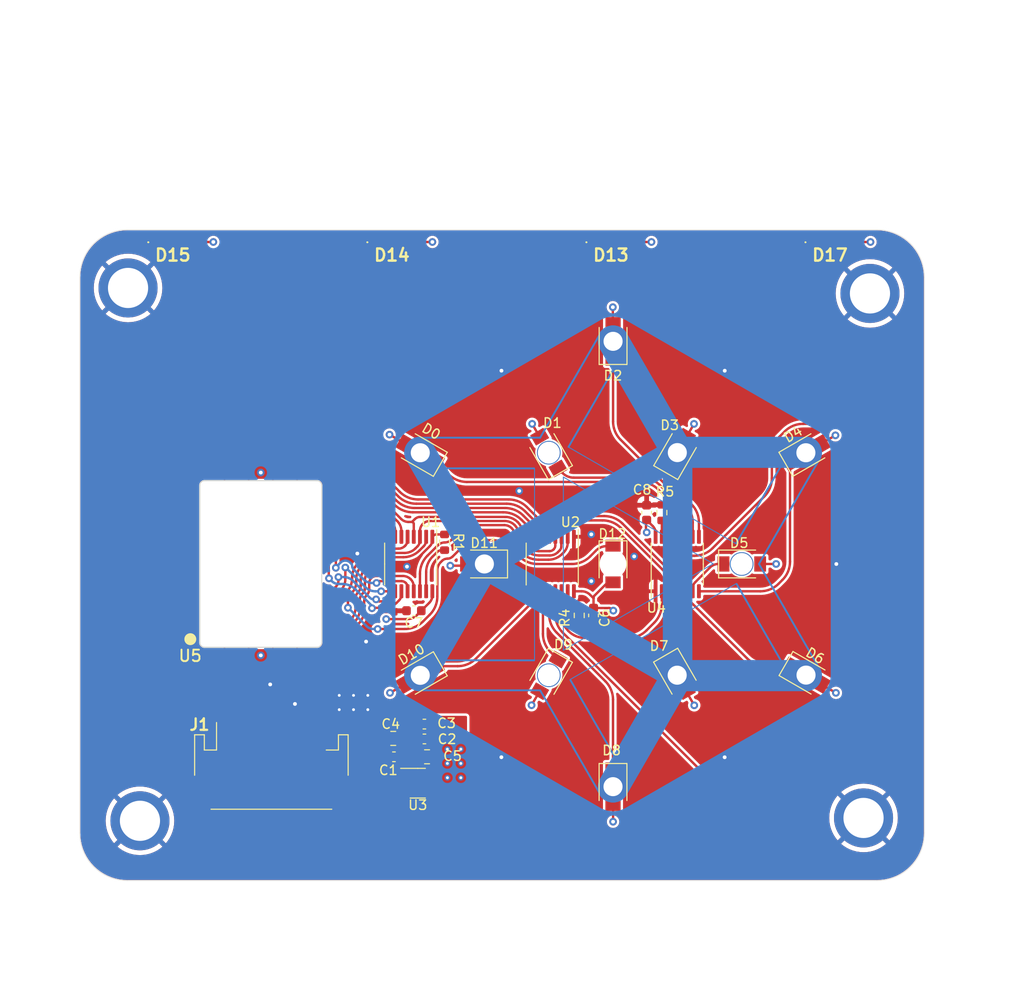
<source format=kicad_pcb>
(kicad_pcb (version 20221018) (generator pcbnew)
  (layers (0 "F.Cu" signal) (1 "In1.Cu" signal) (2 "In2.Cu" signal) (31 "B.Cu" signal) (34 "B.Paste" user) (35 "F.Paste" user) (36 "B.SilkS" user "B.Silkscreen") (37 "F.SilkS" user "F.Silkscreen") (38 "B.Mask" user) (39 "F.Mask" user) (44 "Edge.Cuts" user))
  (net 0 "")
  (net 1 "GND")
  (net 2 "+5V")
  (net 3 "+3V3")
  (net 4 "OE")
  (net 5 "LE")
  (net 6 "SDI")
  (net 7 "CLK")
  (net 8 "LED12")
  (net 9 "G")
  (net 10 "F")
  (net 11 "E")
  (net 12 "D")
  (net 13 "C")
  (net 14 "B")
  (net 15 "A")
  (net 16 "/Net-(U3-SDI)")
  (net 17 "LED13")
  (net 18 "LED14")
  (net 19 "LED15")
  (net 20 "LED16")
  (net 21 "LED11")
  (net 22 "LED10")
  (net 23 "LED9")
  (net 24 "LED8")
  (net 25 "LED7")
  (net 26 "LED6")
  (net 27 "LED5")
  (net 28 "LED4")
  (net 29 "LED3")
  (net 30 "LED2")
  (net 31 "LED1")
  (net 32 "LED0")
  (net 36 "DP")
  (net 37 "Net-(U1-R-EXT)")
  (net 38 "Net-(U2-R-EXT)")
  (net 39 "Net-(U4-R-EXT)")
  (net 40 "Net-(U2-SDO)")
  (footprint "Capacitor_SMD:C_0805_2012Metric" (layer "F.Cu") (at 80.619601 86.650601)
    (fp_text reference "C5")
    (fp_text value "10u")
  )
  (footprint "d-lev:LED_1206_3216Metric_ReverseMount_Hole1.8x2.4mm" (layer "F.Cu") (at 100.145037 66.395492 -90)
    (fp_text reference "D12")
    (fp_text value "LTST-C250TBKT")
  )
  (footprint "d-lev:LED_1206_3216Metric_ReverseMount_Hole1.8x2.4mm" (layer "F.Cu") (at 79.9084 54.7116 150)
    (fp_text reference "D0")
    (fp_text value "LTST-C250TBKT")
  )
  (footprint "Capacitor_SMD:C_0603_1608Metric" (layer "F.Cu") (at 80.3407 83.216804)
    (fp_text reference "C3")
    (fp_text value "1u")
  )
  (footprint "Capacitor_SMD:C_0603_1608Metric" (layer "F.Cu") (at 79.24 71.31 180)
    (fp_text reference "C7")
    (fp_text value ".1u")
  )
  (footprint "d-lev:SMTSO-M3" (layer "F.Cu") (at 49.225 37.4)
    (fp_text reference "H3" hide)
    (fp_text value "SMTSO-M3-2ET" hide)
  )
  (footprint "d-lev:LED_1206_3216Metric_ReverseMount_Hole1.8x2.4mm" (layer "F.Cu") (at 93.40615 78.09564 -120)
    (fp_text reference "D9")
    (fp_text value "LTST-C250TBKT")
  )
  (footprint "Resistor_SMD:R_0603_1608Metric" (layer "F.Cu") (at 96.6 71.8 -90)
    (fp_text reference "R4")
    (fp_text value "4.7k")
  )
  (footprint "d-lev:LED_1206_3216Metric_ReverseMount_Hole1.8x2.4mm" (layer "F.Cu") (at 100.152201 43.006801 90)
    (fp_text reference "D2")
    (fp_text value "LTST-C250TBKT")
  )
  (footprint "Package_SO:TSSOP-16_4.4x5mm_P0.65mm" (layer "F.Cu") (at 106.890774 66.4012 90)
    (fp_text reference "U4")
    (fp_text value "STP08CP05")
  )
  (footprint "d-lev:LED_1206_3216Metric_ReverseMount_Hole1.8x2.4mm" (layer "F.Cu") (at 120.396 54.7116 30)
    (fp_text reference "D4")
    (fp_text value "LTST-C250TBKT")
  )
  (footprint "d-lev:LED_1206_3216Metric_ReverseMount_Hole1.8x2.4mm" (layer "F.Cu") (at 106.89825 54.695561 60)
    (fp_text reference "D3")
    (fp_text value "LTST-C250TBKT")
  )
  (footprint "d-lev:DSM7TA56" (layer "F.Cu") (at 63.162843 66.395492)
    (fp_text reference "U5")
    (fp_text value "DSM7TA56")
    (fp_line (start -6.4 8.25) (end -6.4 -8.25) (stroke (width 0.1)) (layer "Edge.Cuts"))
    (fp_line (start -5.9 -8.75) (end 5.9 -8.75) (stroke (width 0.1)) (layer "Edge.Cuts"))
    (fp_line (start 5.9 8.75) (end -5.9 8.75) (stroke (width 0.1)) (layer "Edge.Cuts"))
    (fp_line (start 6.4 -8.25) (end 6.4 8.25) (stroke (width 0.1)) (layer "Edge.Cuts"))
    (fp_arc (start -6.4 -8.25) (mid -6.253553 -8.603553) (end -5.9 -8.75) (stroke (width 0.1)) (layer "Edge.Cuts"))
    (fp_arc (start -5.9 8.75) (mid -6.253553 8.603553) (end -6.4 8.25) (stroke (width 0.1)) (layer "Edge.Cuts"))
    (fp_arc (start 5.9 -8.75) (mid 6.253553 -8.603553) (end 6.4 -8.25) (stroke (width 0.1)) (layer "Edge.Cuts"))
    (fp_arc (start 6.4 8.25) (mid 6.253553 8.603553) (end 5.9 8.75) (stroke (width 0.1)) (layer "Edge.Cuts"))
  )
  (footprint "d-lev:JST_PH_S6B-PH-SM4-TB_1x06-1MP_P2.00mm_Horizontal" (layer "F.Cu") (at 64.275 87.65)
    (fp_text reference "J1")
    (fp_text value "S6B-PH-SM4-TB")
  )
  (footprint "d-lev:S220TBKT" (layer "F.Cu") (at 76.9 32.6)
    (fp_text reference "D14")
    (fp_text value "LTST-S220TBKT" hide)
  )
  (footprint "Package_TO_SOT_SMD:SOT-23-5" (layer "F.Cu") (at 79.644599 89.425601)
    (fp_text reference "U3")
    (fp_text value "AP2112K-3.3")
  )
  (footprint "d-lev:S220TBKT" (layer "F.Cu") (at 53.9 32.6)
    (fp_text reference "D15")
    (fp_text value "LTST-S220TBKT" hide)
  )
  (footprint "Capacitor_SMD:C_0603_1608Metric" (layer "F.Cu") (at 103.675 61 90)
    (fp_text reference "C8")
    (fp_text value ".1u")
  )
  (footprint "d-lev:SMTSO-M3" (layer "F.Cu") (at 127.125 37.975)
    (fp_text reference "H2" hide)
    (fp_text value "SMTSO-M3-2ET" hide)
  )
  (footprint "d-lev:LED_1206_3216Metric_ReverseMount_Hole1.8x2.4mm" (layer "F.Cu") (at 106.8832 78.0796 -60)
    (fp_text reference "D7")
    (fp_text value "LTST-C250TBKT")
  )
  (footprint "d-lev:LED_1206_3216Metric_ReverseMount_Hole1.8x2.4mm" (layer "F.Cu") (at 86.6394 66.395492 180)
    (fp_text reference "D11")
    (fp_text value "LTST-C250TBKT")
  )
  (footprint "Capacitor_SMD:C_0603_1608Metric" (layer "F.Cu") (at 80.344596 84.775606)
    (fp_text reference "C2")
    (fp_text value ".1u")
  )
  (footprint "Resistor_SMD:R_0603_1608Metric" (layer "F.Cu") (at 82.46 64.12 90)
    (fp_text reference "R1")
    (fp_text value "4.7k")
  )
  (footprint "d-lev:LED_1206_3216Metric_ReverseMount_Hole1.8x2.4mm" (layer "F.Cu") (at 79.9084 78.09465 -150)
    (fp_text reference "D10")
    (fp_text value "LTST-C250TBKT")
  )
  (footprint "d-lev:LED_1206_3216Metric_ReverseMount_Hole1.8x2.4mm" (layer "F.Cu") (at 113.665 66.395492)
    (fp_text reference "D5")
    (fp_text value "LTST-C250TBKT")
  )
  (footprint "d-lev:SMTSO-M3" (layer "F.Cu") (at 50.475 93.375)
    (fp_text reference "H4" hide)
    (fp_text value "SMTSO-M3-2ET" hide)
  )
  (footprint "Capacitor_SMD:C_0805_2012Metric" (layer "F.Cu") (at 77.0696 84.7206 180)
    (fp_text reference "C4")
    (fp_text value "10u")
  )
  (footprint "Package_SO:TSSOP-16_4.4x5mm_P0.65mm" (layer "F.Cu") (at 93.764035 66.4012 -90)
    (fp_text reference "U2")
    (fp_text value "STP08CP05")
  )
  (footprint "d-lev:S220TBKT" (layer "F.Cu") (at 99.9 32.6)
    (fp_text reference "D13")
    (fp_text value "LTST-S220TBKT" hide)
  )
  (footprint "Package_SO:TSSOP-16_4.4x5mm_P0.65mm" (layer "F.Cu") (at 78.9 66.4 -90)
    (fp_text reference "U1")
    (fp_text value "STP08CP05")
  )
  (footprint "d-lev:LED_1206_3216Metric_ReverseMount_Hole1.8x2.4mm" (layer "F.Cu") (at 100.145037 89.789 -90)
    (fp_text reference "D8")
    (fp_text value "LTST-C250TBKT")
  )
  (footprint "d-lev:SMTSO-M3" (layer "F.Cu") (at 126.45 93.075)
    (fp_text reference "H1" hide)
    (fp_text value "SMTSO-M3-2ET" hide)
  )
  (footprint "d-lev:LED_1206_3216Metric_ReverseMount_Hole1.8x2.4mm" (layer "F.Cu") (at 120.41204 78.06925 -30)
    (fp_text reference "D6")
    (fp_text value "LTST-C250TBKT")
  )
  (footprint "Resistor_SMD:R_0603_1608Metric" (layer "F.Cu") (at 105.275 61 90)
    (fp_text reference "R5")
    (fp_text value "4.7k")
  )
  (footprint "Capacitor_SMD:C_0603_1608Metric" (layer "F.Cu") (at 77.144604 86.650604 180)
    (fp_text reference "C1")
    (fp_text value "1u")
  )
  (footprint "Capacitor_SMD:C_0603_1608Metric" (layer "F.Cu") (at 98.1 71.8 -90)
    (fp_text reference "C6")
    (fp_text value ".1u")
  )
  (footprint "d-lev:S220TBKT" (layer "F.Cu") (at 122.9 32.6)
    (fp_text reference "D17")
    (fp_text value "LTST-S220TBKT" hide)
  )
  (footprint "d-lev:LED_1206_3216Metric_ReverseMount_Hole1.8x2.4mm" (layer "F.Cu") (at 93.40615 54.695561 120)
    (fp_text reference "D1")
    (fp_text value "LTST-C250TBKT")
  )
  (footprint "art:star-pattern" (layer "B.Cu") (at 100.1522 66.3956 180)
    (fp_text reference "REF**" hide)
    (fp_text value "star-pattern" hide)
  )
  (gr_line (start 44.15 94.66) (end 44.15 36.28) (stroke (width 0.05)) (layer "Edge.Cuts"))
  (gr_line (start 49.15 31.28) (end 127.85 31.28) (stroke (width 0.05)) (layer "Edge.Cuts"))
  (gr_arc (start 49.15 99.66) (mid 45.614466 98.195534) (end 44.15 94.66) (stroke (width 0.05)) (layer "Edge.Cuts"))
  (gr_arc (start 44.15 36.28) (mid 45.614466 32.744466) (end 49.15 31.28) (stroke (width 0.05)) (layer "Edge.Cuts"))
  (gr_line (start 132.85 36.28) (end 132.85 94.66) (stroke (width 0.05)) (layer "Edge.Cuts"))
  (gr_arc (start 127.85 31.28) (mid 131.385534 32.744466) (end 132.85 36.28) (stroke (width 0.05)) (layer "Edge.Cuts"))
  (gr_line (start 127.85 99.66) (end 49.15 99.66) (stroke (width 0.05)) (layer "Edge.Cuts"))
  (gr_arc (start 132.85 94.66) (mid 131.385534 98.195534) (end 127.85 99.66) (stroke (width 0.05)) (layer "Edge.Cuts"))
  (segment (start 81.588973 63.295) (end 82.46 63.295) (width 0.25) (layer "F.Cu") (net 1))
  (segment (start 103.675 60.225) (end 105.225 60.225) (width 0.25) (layer "F.Cu") (net 1))
  (segment (start 75.374589 71.729808) (end 74.814973 72.289424) (width 0.25) (layer "F.Cu") (net 1))
  (segment (start 78.850738 66.586363) (end 80.918814 64.518287) (width 0.25) (layer "F.Cu") (net 1))
  (segment (start 81.175 63.899801) (end 81.175 63.708973) (width 0.25) (layer "F.Cu") (net 1))
  (segment (start 78.636751 66.675) (end 78.5114 66.675) (width 0.25) (layer "F.Cu") (net 1))
  (segment (start 74.65679 72.447606) (end 74.814973 72.289424) (width 0.25) (layer "F.Cu") (net 1))
  (segment (start 74.2188 73.505009) (end 74.2188 74.549) (width 0.25) (layer "F.Cu") (net 1))
  (segment (start 76.050105 71.45) (end 78.325 71.45) (width 0.25) (layer "F.Cu") (net 1))
  (via (at 64.15 79.05) (size 0.8) (drill 0.4) (layers "F.Cu" "B.Cu") (net 1))
  (via (at 88.424091 86.695437) (size 0.8) (drill 0.4) (layers "F.Cu" "B.Cu") (net 1))
  (via (at 90.297 58.7248) (size 0.8) (drill 0.4) (layers "F.Cu" "B.Cu") (net 1))
  (via (at 97.8662 68.199) (size 0.8) (drill 0.4) (layers "F.Cu" "B.Cu") (net 1))
  (via (at 111.867314 86.700403) (size 0.8) (drill 0.4) (layers "F.Cu" "B.Cu") (net 1))
  (via (at 123.593225 66.400456) (size 0.8) (drill 0.4) (layers "F.Cu" "B.Cu") (net 1))
  (via (at 72.900001 80.200002) (size 0.6) (drill 0.3) (layers "F.Cu" "B.Cu") (net 1))
  (via (at 88.432687 46.090583) (size 0.8) (drill 0.4) (layers "F.Cu" "B.Cu") (net 1))
  (via (at 74.4 81.7) (size 0.6) (drill 0.3) (layers "F.Cu" "B.Cu") (net 1))
  (via (at 66.75 81.1) (size 0.8) (drill 0.4) (layers "F.Cu" "B.Cu") (net 1))
  (via (at 97.8662 63.2847) (size 0.8) (drill 0.4) (layers "F.Cu" "B.Cu") (net 1))
  (via (at 73.3 65.3) (size 0.8) (drill 0.4) (layers "F.Cu" "B.Cu") (net 1))
  (via (at 71.400001 80.2) (size 0.6) (drill 0.3) (layers "F.Cu" "B.Cu") (net 1))
  (via (at 71.400001 81.700003) (size 0.6) (drill 0.3) (layers "F.Cu" "B.Cu") (net 1))
  (via (at 72.899999 81.7) (size 0.6) (drill 0.3) (layers "F.Cu" "B.Cu") (net 1))
  (via (at 78.5114 66.675) (size 0.8) (drill 0.4) (layers "F.Cu" "B.Cu") (net 1))
  (via (at 74.400002 80.199996) (size 0.6) (drill 0.3) (layers "F.Cu" "B.Cu") (net 1))
  (via (at 102.3662 65.600925) (size 0.8) (drill 0.4) (layers "F.Cu" "B.Cu") (net 1))
  (via (at 111.875911 46.095546) (size 0.8) (drill 0.4) (layers "F.Cu" "B.Cu") (net 1))
  (via (at 74.2188 74.549) (size 0.8) (drill 0.4) (layers "F.Cu" "B.Cu") (net 1))
  (arc (start 78.850738 66.586363) (mid 78.75256 66.651963) (end 78.636751 66.675) (width 0.25) (layer "F.Cu") (net 1))
  (arc (start 74.65679 72.447606) (mid 74.332629 72.932746) (end 74.2188 73.505009) (width 0.25) (layer "F.Cu") (net 1))
  (arc (start 81.29625 63.41625) (mid 81.206511 63.550552) (end 81.175 63.708973) (width 0.25) (layer "F.Cu") (net 1))
  (arc (start 81.588973 63.295) (mid 81.430552 63.326511) (end 81.29625 63.41625) (width 0.25) (layer "F.Cu") (net 1))
  (arc (start 81.175 63.899801) (mid 81.108419 64.234523) (end 80.918814 64.518287) (width 0.25) (layer "F.Cu") (net 1))
  (arc (start 76.050105 71.45) (mid 75.684518 71.522719) (end 75.374589 71.729808) (width 0.25) (layer "F.Cu") (net 1))
  (segment (start 76.369604 86.883752) (end 77.911453 88.425601) (width 1) (layer "F.Cu") (net 2))
  (segment (start 77.946071 88.475601) (end 78.507099 88.475601) (width 0.5) (layer "F.Cu") (net 2))
  (segment (start 77.394599 89.824129) (end 77.394599 89.027073) (width 0.5) (layer "F.Cu") (net 2))
  (segment (start 77.946071 90.375601) (end 77.394599 89.824129) (width 0.5) (layer "F.Cu") (net 2))
  (segment (start 77.394599 89.027073) (end 77.946071 88.475601) (width 0.5) (layer "F.Cu") (net 2))
  (segment (start 76.369604 86.650604) (end 76.369604 85.129404) (width 1) (layer "F.Cu") (net 2))
  (segment (start 76.0402 84.8) (end 76.1196 84.7206) (width 1) (layer "F.Cu") (net 2))
  (segment (start 77.911453 88.425601) (end 78.457099 88.425601) (width 1) (layer "F.Cu") (net 2))
  (segment (start 76.369604 85.129404) (end 76.0402 84.8) (width 1) (layer "F.Cu") (net 2))
  (segment (start 76.369604 86.650604) (end 76.369604 86.883752) (width 1) (layer "F.Cu") (net 2))
  (segment (start 69.275 84.8) (end 76.0402 84.8) (width 1) (layer "F.Cu") (net 2))
  (segment (start 78.507099 90.375601) (end 77.946071 90.375601) (width 0.5) (layer "F.Cu") (net 2))
  (segment (start 79.5766 71.7484) (end 80.015 71.31) (width 0.25) (layer "F.Cu") (net 3))
  (segment (start 98.1 69.995492) (end 98.1 69.907446) (width 0.25) (layer "F.Cu") (net 3))
  (segment (start 81.18 32.57) (end 78.4 32.57) (width 0.25) (layer "F.Cu") (net 3))
  (segment (start 107.835626 79.791971) (end 108.673973 81.244029) (width 0.25) (layer "F.Cu") (net 3))
  (segment (start 98.1 69.995492) (end 98.1 71.025) (width 0.25) (layer "F.Cu") (net 3))
  (segment (start 123.499206 52.882693) (end 123.499132 52.882673) (width 0.25) (layer "F.Cu") (net 3))
  (segment (start 81.175 69.70625) (end 81.175 69.2625) (width 0.25) (layer "F.Cu") (net 3))
  (segment (start 104.324825 62.424825) (end 103.675 61.775) (width 0.25) (layer "F.Cu") (net 3))
  (segment (start 98.1 71.025) (end 99.711901 71.025) (width 0.25) (layer "F.Cu") (net 3))
  (segment (start 103.645529 63.042624) (end 103.684459 63.081554) (width 0.25) (layer "F.Cu") (net 3))
  (segment (start 100.152199 91.7956) (end 100.1522 93.472292) (width 0.25) (layer "F.Cu") (net 3))
  (segment (start 98.1 69.995492) (end 97.734104 69.629596) (width 0.25) (layer "F.Cu") (net 3))
  (segment (start 80.015 71.31) (end 80.861221 70.463778) (width 0.25) (layer "F.Cu") (net 3))
  (segment (start 117.2718 66.3956) (end 117.271746 66.395546) (width 0.25) (layer "F.Cu") (net 3))
  (segment (start 92.49187 53.128909) (end 91.653525 51.676851) (width 0.25) (layer "F.Cu") (net 3))
  (segment (start 78.1812 79.0956) (end 76.729143 79.933946) (width 0.25) (layer "F.Cu") (net 3))
  (segment (start 117.271615 66.395492) (end 115.594999 66.395492) (width 0.25) (layer "F.Cu") (net 3))
  (segment (start 100.1268 41.0972) (end 100.126801 39.420508) (width 0.25) (layer "F.Cu") (net 3))
  (segment (start 104.18 32.57) (end 101.4 32.57) (width 0.25) (layer "F.Cu") (net 3))
  (segment (start 98.162257 69.757142) (end 99.643909 68.275491) (width 0.25) (layer "F.Cu") (net 3))
  (segment (start 58.18 32.57) (end 55.4 32.57) (width 0.25) (layer "F.Cu") (net 3))
  (segment (start 123.498993 52.882692) (end 122.047 53.721) (width 0.25) (layer "F.Cu") (net 3))
  (segment (start 78.518208 72.1868) (end 76.327 72.1868) (width 0.25) (layer "F.Cu") (net 3))
  (segment (start 92.4306 79.7814) (end 91.592255 81.233458) (width 0.25) (layer "F.Cu") (net 3))
  (segment (start 96.850752 69.2637) (end 96.039035 69.2637) (width 0.25) (layer "F.Cu") (net 3))
  (segment (start 127.18 32.57) (end 124.4 32.57) (width 0.25) (layer "F.Cu") (net 3))
  (segment (start 78.1304 53.6448) (end 76.678343 52.806454) (width 0.25) (layer "F.Cu") (net 3))
  (segment (start 103.6066 62.94864) (end 103.6066 61.8434) (width 0.25) (layer "F.Cu") (net 3))
  (segment (start 107.81188 53.129923) (end 108.650226 51.677865) (width 0.25) (layer "F.Cu") (net 3))
  (segment (start 84.734545 66.5734) (end 83.057854 66.5734) (width 0.25) (layer "F.Cu") (net 3))
  (segment (start 122.0978 79.0956) (end 123.549859 79.933946) (width 0.25) (layer "F.Cu") (net 3))
  (segment (start 104.615774 63.127237) (end 104.615774 63.5387) (width 0.25) (layer "F.Cu") (net 3))
  (segment (start 100.1776 71.2978) (end 100.0412 71.1614) (width 0.25) (layer "F.Cu") (net 3))
  (via (at 82.7532 87.3506) (size 0.6) (drill 0.3) (layers "F.Cu" "B.Cu") (net 3))
  (via (at 100.152095 93.472401) (size 0.8) (drill 0.4) (layers "F.Cu" "B.Cu") (net 3))
  (via (at 108.650373 51.677824) (size 0.8) (drill 0.4) (layers "F.Cu" "B.Cu") (net 3))
  (via (at 58.18 32.57) (size 0.8) (drill 0.4) (layers "F.Cu" "B.Cu") (net 3))
  (via (at 84.169604 88.850602) (size 0.6) (drill 0.3) (layers "F.Cu" "B.Cu") (net 3))
  (via (at 63.162843 56.795492) (size 0.8) (drill 0.4) (layers "F.Cu" "B.Cu") (net 3))
  (via (at 63.162843 75.995492) (size 0.8) (drill 0.4) (layers "F.Cu" "B.Cu") (net 3))
  (via (at 76.678303 52.806306) (size 0.8) (drill 0.4) (layers "F.Cu" "B.Cu") (net 3))
  (via (at 91.592108 81.233498) (size 0.8) (drill 0.4) (layers "F.Cu" "B.Cu") (net 3))
  (via (at 108.673936 81.244176) (size 0.8) (drill 0.4) (layers "F.Cu" "B.Cu") (net 3))
  (via (at 83.057743 66.573295) (size 0.8) (drill 0.4) (layers "F.Cu" "B.Cu") (net 3))
  (via (at 84.165703 85.850602) (size 0.6) (drill 0.3) (layers "F.Cu" "B.Cu") (net 3))
  (via (at 117.2718 66.3956) (size 0.8) (drill 0.4) (layers "F.Cu" "B.Cu") (net 3))
  (via (at 104.18 32.57) (size 0.8) (drill 0.4) (layers "F.Cu" "B.Cu") (net 3))
  (via (at 82.753202 85.850601) (size 0.6) (drill 0.3) (layers "F.Cu" "B.Cu") (net 3))
  (via (at 76.327 72.1868) (size 0.8) (drill 0.4) (layers "F.Cu" "B.Cu") (net 3))
  (via (at 84.165703 87.350601) (size 0.6) (drill 0.3) (layers "F.Cu" "B.Cu") (net 3))
  (via (at 76.728995 79.933907) (size 0.8) (drill 0.4) (layers "F.Cu" "B.Cu") (net 3))
  (via (at 103.684459 63.081554) (size 0.8) (drill 0.4) (layers "F.Cu" "B.Cu") (net 3))
  (via (at 127.18 32.57) (size 0.8) (drill 0.4) (layers "F.Cu" "B.Cu") (net 3))
  (via (at 123.499206 52.882693) (size 0.8) (drill 0.4) (layers "F.Cu" "B.Cu") (net 3))
  (via (at 81.18 32.57) (size 0.8) (drill 0.4) (layers "F.Cu" "B.Cu") (net 3))
  (via (at 100.126906 39.420398) (size 0.8) (drill 0.4) (layers "F.Cu" "B.Cu") (net 3))
  (via (at 100.1776 71.2978) (size 0.8) (drill 0.4) (layers "F.Cu" "B.Cu") (net 3))
  (via (at 91.653564 51.676703) (size 0.8) (drill 0.4) (layers "F.Cu" "B.Cu") (net 3))
  (via (at 123.549899 79.934093) (size 0.8) (drill 0.4) (layers "F.Cu" "B.Cu") (net 3))
  (via (at 82.757101 88.850601) (size 0.6) (drill 0.3) (layers "F.Cu" "B.Cu") (net 3))
  (arc (start 81.175 69.70625) (mid 81.093451 70.116221) (end 80.861221 70.463778) (width 0.25) (layer "F.Cu") (net 3))
  (arc (start 104.324825 62.424825) (mid 104.540158 62.747094) (end 104.615774 63.127237) (width 0.25) (layer "F.Cu") (net 3))
  (arc (start 123.499132 52.882673) (mid 123.49906 52.882668) (end 123.498993 52.882692) (width 0.25) (layer "F.Cu") (net 3))
  (arc (start 103.6066 62.94864) (mid 103.616717 62.999503) (end 103.645529 63.042624) (width 0.25) (layer "F.Cu") (net 3))
  (arc (start 79.5766 71.7484) (mid 79.091005 72.072863) (end 78.518208 72.1868) (width 0.25) (layer "F.Cu") (net 3))
  (arc (start 98.162257 69.757142) (mid 98.11618 69.826102) (end 98.1 69.907446) (width 0.25) (layer "F.Cu") (net 3))
  (arc (start 97.734104 69.629596) (mid 97.328818 69.358793) (end 96.850752 69.2637) (width 0.25) (layer "F.Cu") (net 3))
  (arc (start 100.0412 71.1614) (mid 99.890116 71.060449) (end 99.711901 71.025) (width 0.25) (layer "F.Cu") (net 3))
  (arc (start 117.271746 66.395546) (mid 117.271686 66.395506) (end 117.271615 66.395492) (width 0.25) (layer "F.Cu") (net 3))
  (segment (start 125.475 54.618381) (end 125.475 78.579218) (width 0.25) (layer "F.Cu") (net 4))
  (segment (start 68.0164 87.7936) (end 67.7228 88.0872) (width 0.25) (layer "F.Cu") (net 4))
  (segment (start 106.565774 64.109937) (end 106.565774 63.5387) (width 0.25) (layer "F.Cu") (net 4))
  (segment (start 68.31 87.084786) (end 68.31 83.116981) (width 0.25) (layer "F.Cu") (net 4))
  (segment (start 113.16 90.53) (end 112.4749 90.53) (width 0.25) (layer "F.Cu") (net 4))
  (segment (start 79.225 68.793975) (end 79.225 69.2625) (width 0.25) (layer "F.Cu") (net 4))
  (segment (start 108.018224 65.532) (end 108.677218 65.532) (width 0.25) (layer "F.Cu") (net 4))
  (segment (start 78.893703 67.994154) (end 78.892304 67.992755) (width 0.25) (layer "F.Cu") (net 4))
  (segment (start 106.991187 65.106587) (end 106.969699 65.085099) (width 0.25) (layer "F.Cu") (net 4))
  (segment (start 124.455496 52.471896) (end 124.678103 52.694503) (width 0.25) (layer "F.Cu") (net 4))
  (segment (start 113.16 90.53) (end 112.8769 90.53) (width 0.25) (layer "F.Cu") (net 4))
  (segment (start 116.028103 59.308096) (end 110.601096 64.735103) (width 0.25) (layer "F.Cu") (net 4))
  (segment (start 63.60042 88.0872) (end 67.7228 88.0872) (width 0.25) (layer "F.Cu") (net 4))
  (segment (start 74.015 71.26343) (end 74.015 70.319175) (width 0.25) (layer "F.Cu") (net 4))
  (segment (start 67.6656 88.184846) (end 67.6656 90.211418) (width 0.25) (layer "F.Cu") (net 4))
  (segment (start 75.298609 67.660059) (end 78.089104 67.660059) (width 0.25) (layer "F.Cu") (net 4))
  (segment (start 122.531618 51.675) (end 120.101981 51.675) (width 0.25) (layer "F.Cu") (net 4))
  (segment (start 69.106896 81.193103) (end 72.061303 78.238696) (width 0.25) (layer "F.Cu") (net 4))
  (segment (start 72.551781 95.0976) (end 106.899218 95.0976) (width 0.25) (layer "F.Cu") (net 4))
  (segment (start 61.95559 87.40559) (end 61.9561 87.4061) (width 0.25) (layer "F.Cu") (net 4))
  (segment (start 117.621896 53.028103) (end 118.178103 52.471896) (width 0.25) (layer "F.Cu") (net 4))
  (segment (start 116.825 54.951981) (end 116.825 57.384218) (width 0.25) (layer "F.Cu") (net 4))
  (segment (start 108.823096 94.300703) (end 112.393618 90.730181) (width 0.25) (layer "F.Cu") (net 4))
  (segment (start 67.6942 88.1158) (end 67.7228 88.0872) (width 0.25) (layer "F.Cu") (net 4))
  (segment (start 94.089035 71.702253) (end 94.089035 69.2637) (width 0.25) (layer "F.Cu") (net 4))
  (segment (start 74.546393 69.036279) (end 74.546393 68.412275) (width 0.25) (layer "F.Cu") (net 4))
  (segment (start 113.16 90.53) (end 113.9056 90.53) (width 0.25) (layer "F.Cu") (net 4))
  (segment (start 115.178418 90.002781) (end 124.678103 80.503096) (width 0.25) (layer "F.Cu") (net 4))
  (segment (start 94.885931 73.626131) (end 111.305361 90.045561) (width 0.25) (layer "F.Cu") (net 4))
  (segment (start 72.8582 74.056193) (end 72.8582 76.314818) (width 0.25) (layer "F.Cu") (net 4))
  (segment (start 61.275 85.7625) (end 61.275 84.8) (width 0.25) (layer "F.Cu") (net 4))
  (segment (start 70.627903 94.300703) (end 68.462496 92.135296) (width 0.25) (layer "F.Cu") (net 4))
  (arc (start 75.298609 67.660059) (mid 75.010748 67.717318) (end 74.766712 67.880378) (width 0.25) (layer "F.Cu") (net 4))
  (arc (start 61.9561 87.4061) (mid 62.71052 87.910187) (end 63.60042 88.0872) (width 0.25) (layer "F.Cu") (net 4))
  (arc (start 70.627903 94.300703) (mid 71.510586 94.890493) (end 72.551781 95.0976) (width 0.25) (layer "F.Cu") (net 4))
  (arc (start 112.8769 90.53) (mid 112.615349 90.582025) (end 112.393618 90.730181) (width 0.25) (layer "F.Cu") (net 4))
  (arc (start 68.31 87.084786) (mid 68.233695 87.468393) (end 68.0164 87.7936) (width 0.25) (layer "F.Cu") (net 4))
  (arc (start 117.621896 53.028103) (mid 117.032106 53.910786) (end 116.825 54.951981) (width 0.25) (layer "F.Cu") (net 4))
  (arc (start 67.6942 88.1158) (mid 67.673032 88.147478) (end 67.6656 88.184846) (width 0.25) (layer "F.Cu") (net 4))
  (arc (start 120.101981 51.675) (mid 119.060786 51.882106) (end 118.178103 52.471896) (width 0.25) (layer "F.Cu") (net 4))
  (arc (start 124.678103 52.694503) (mid 125.267893 53.577186) (end 125.475 54.618381) (width 0.25) (layer "F.Cu") (net 4))
  (arc (start 94.089035 71.702253) (mid 94.296141 72.743448) (end 94.885931 73.626131) (width 0.25) (layer "F.Cu") (net 4))
  (arc (start 61.275 85.7625) (mid 61.451879 86.651733) (end 61.95559 87.40559) (width 0.25) (layer "F.Cu") (net 4))
  (arc (start 72.8582 76.314818) (mid 72.651093 77.356013) (end 72.061303 78.238696) (width 0.25) (layer "F.Cu") (net 4))
  (arc (start 106.991187 65.106587) (mid 107.462395 65.421438) (end 108.018224 65.532) (width 0.25) (layer "F.Cu") (net 4))
  (arc (start 74.546393 69.036279) (mid 74.47734 69.383428) (end 74.280696 69.677727) (width 0.25) (layer "F.Cu") (net 4))
  (arc (start 124.455496 52.471896) (mid 123.572813 51.882106) (end 122.531618 51.675) (width 0.25) (layer "F.Cu") (net 4))
  (arc (start 108.823096 94.300703) (mid 107.940413 94.890493) (end 106.899218 95.0976) (width 0.25) (layer "F.Cu") (net 4))
  (arc (start 115.178418 90.002781) (mid 114.594444 90.39298) (end 113.9056 90.53) (width 0.25) (layer "F.Cu") (net 4))
  (arc (start 111.305361 90.045561) (mid 111.84195 90.404098) (end 112.4749 90.53) (width 0.25) (layer "F.Cu") (net 4))
  (arc (start 74.280696 69.677727) (mid 74.084052 69.972026) (end 74.015 70.319175) (width 0.25) (layer "F.Cu") (net 4))
  (arc (start 78.892304 67.992755) (mid 78.523792 67.746523) (end 78.089104 67.660059) (width 0.25) (layer "F.Cu") (net 4))
  (arc (start 106.565774 64.109937) (mid 106.67075 64.637691) (end 106.969699 65.085099) (width 0.25) (layer "F.Cu") (net 4))
  (arc (start 74.766712 67.880378) (mid 74.603652 68.124414) (end 74.546393 68.412275) (width 0.25) (layer "F.Cu") (net 4))
  (arc (start 110.601096 64.735103) (mid 109.718413 65.324893) (end 108.677218 65.532) (width 0.25) (layer "F.Cu") (net 4))
  (arc (start 125.475 78.579218) (mid 125.267893 79.620413) (end 124.678103 80.503096) (width 0.25) (layer "F.Cu") (net 4))
  (arc (start 116.825 57.384218) (mid 116.617893 58.425413) (end 116.028103 59.308096) (width 0.25) (layer "F.Cu") (net 4))
  (arc (start 78.893703 67.994154) (mid 79.138898 68.361115) (end 79.225 68.793975) (width 0.25) (layer "F.Cu") (net 4))
  (arc (start 69.106896 81.193103) (mid 68.517106 82.075786) (end 68.31 83.116981) (width 0.25) (layer "F.Cu") (net 4))
  (arc (start 67.6656 90.211418) (mid 67.872706 91.252613) (end 68.462496 92.135296) (width 0.25) (layer "F.Cu") (net 4))
  (arc (start 73.4366 72.659812) (mid 73.008521 73.300477) (end 72.8582 74.056193) (width 0.25) (layer "F.Cu") (net 4))
  (arc (start 74.015 71.26343) (mid 73.864678 72.019146) (end 73.4366 72.659812) (width 0.25) (layer "F.Cu") (net 4))
  (segment (start 88.828074 61.453899) (end 79.900161 61.453899) (width 0.25) (layer "F.Cu") (net 5))
  (segment (start 106.565774 68.420237) (end 106.565774 69.2637) (width 0.25) (layer "F.Cu") (net 5))
  (segment (start 101.152296 62.163296) (end 105.969355 66.980355) (width 0.25) (layer "F.Cu") (net 5))
  (segment (start 68.923798 53.8188) (end 59.058181 53.8188) (width 0.25) (layer "F.Cu") (net 5))
  (segment (start 94.089035 62.783426) (end 94.089035 63.5387) (width 0.25) (layer "F.Cu") (net 5))
  (segment (start 79.225 63.18975) (end 79.225 62.842) (width 0.25) (layer "F.Cu") (net 5))
  (segment (start 93.469295 65.0494) (end 92.356417 65.0494) (width 0.25) (layer "F.Cu") (net 5))
  (segment (start 99.228418 61.3664) (end 95.506061 61.3664) (width 0.25) (layer "F.Cu") (net 5))
  (segment (start 90.678 63.301883) (end 90.678 63.370982) (width 0.25) (layer "F.Cu") (net 5))
  (segment (start 56.22 56.656981) (end 56.22 75.853018) (width 0.25) (layer "F.Cu") (net 5))
  (segment (start 94.089035 64.42966) (end 94.089035 63.5387) (width 0.25) (layer "F.Cu") (net 5))
  (segment (start 79.0956 61.976) (end 78.652496 61.976) (width 0.25) (layer "F.Cu") (net 5))
  (segment (start 70.847676 54.615696) (end 77.23128 60.9993) (width 0.25) (layer "F.Cu") (net 5))
  (segment (start 57.016896 54.733103) (end 57.134303 54.615696) (width 0.25) (layer "F.Cu") (net 5))
  (segment (start 61.269149 78.7) (end 59.066981 78.7) (width 0.25) (layer "F.Cu") (net 5))
  (segment (start 79.11356 61.907239) (end 79.33125 61.689549) (width 0.25) (layer "F.Cu") (net 5))
  (segment (start 90.136169 61.995729) (end 90.137542 61.997102) (width 0.25) (layer "F.Cu") (net 5))
  (segment (start 79.0956 61.9506) (end 79.0956 61.976) (width 0.25) (layer "F.Cu") (net 5))
  (segment (start 79.1603 62.0407) (end 79.0956 61.976) (width 0.25) (layer "F.Cu") (net 5))
  (segment (start 57.143103 77.903103) (end 57.016896 77.776896) (width 0.25) (layer "F.Cu") (net 5))
  (segment (start 77.233691 61.000299) (end 77.89607 61.662678) (width 0.25) (layer "F.Cu") (net 5))
  (segment (start 63.275 80.70585) (end 63.275 84.8) (width 0.25) (layer "F.Cu") (net 5))
  (segment (start 79.225 62.196899) (end 79.225 63.18975) (width 0.25) (layer "F.Cu") (net 5))
  (arc (start 57.016896 54.733103) (mid 56.427106 55.615786) (end 56.22 56.656981) (width 0.25) (layer "F.Cu") (net 5))
  (arc (start 57.143103 77.903103) (mid 58.025786 78.492893) (end 59.066981 78.7) (width 0.25) (layer "F.Cu") (net 5))
  (arc (start 94.504072 61.781437) (mid 94.196899 62.241153) (end 94.089035 62.783426) (width 0.25) (layer "F.Cu") (net 5))
  (arc (start 90.678 63.370982) (mid 90.805761 64.013285) (end 91.169597 64.557803) (width 0.25) (layer "F.Cu") (net 5))
  (arc (start 77.23128 60.9993) (mid 77.231833 60.99967) (end 77.232486 60.9998) (width 0.25) (layer "F.Cu") (net 5))
  (arc (start 90.136169 61.995729) (mid 89.53601 61.594716) (end 88.828074 61.453899) (width 0.25) (layer "F.Cu") (net 5))
  (arc (start 79.1603 62.0407) (mid 79.208185 62.112364) (end 79.225 62.196899) (width 0.25) (layer "F.Cu") (net 5))
  (arc (start 101.152296 62.163296) (mid 100.269613 61.573506) (end 99.228418 61.3664) (width 0.25) (layer "F.Cu") (net 5))
  (arc (start 94.089035 64.42966) (mid 94.04186 64.666824) (end 93.907517 64.867882) (width 0.25) (layer "F.Cu") (net 5))
  (arc (start 105.969355 66.980355) (mid 106.410769 67.640978) (end 106.565774 68.420237) (width 0.25) (layer "F.Cu") (net 5))
  (arc (start 77.89607 61.662678) (mid 78.243121 61.89457) (end 78.652496 61.976) (width 0.25) (layer "F.Cu") (net 5))
  (arc (start 56.22 75.853018) (mid 56.427106 76.894213) (end 57.016896 77.776896) (width 0.25) (layer "F.Cu") (net 5))
  (arc (start 79.225 63.18975) (mid 79.225 63.18975) (end 79.225 63.18975) (width 0.25) (layer "F.Cu") (net 5))
  (arc (start 70.847676 54.615696) (mid 69.964993 54.025906) (end 68.923798 53.8188) (width 0.25) (layer "F.Cu") (net 5))
  (arc (start 62.6875 79.2875) (mid 63.122313 79.938244) (end 63.275 80.70585) (width 0.25) (layer "F.Cu") (net 5))
  (arc (start 79.900161 61.453899) (mid 79.592268 61.515142) (end 79.33125 61.689549) (width 0.25) (layer "F.Cu") (net 5))
  (arc (start 91.169597 64.557803) (mid 91.714114 64.921638) (end 92.356417 65.0494) (width 0.25) (layer "F.Cu") (net 5))
  (arc (start 95.506061 61.3664) (mid 94.963788 61.474264) (end 94.504072 61.781437) (width 0.25) (layer "F.Cu") (net 5))
  (arc (start 77.233691 61.000299) (mid 77.233138 60.999929) (end 77.232486 60.9998) (width 0.25) (layer "F.Cu") (net 5))
  (arc (start 59.058181 53.8188) (mid 58.016986 54.025906) (end 57.134303 54.615696) (width 0.25) (layer "F.Cu") (net 5))
  (arc (start 62.6875 79.2875) (mid 62.036755 78.852686) (end 61.269149 78.7) (width 0.25) (layer "F.Cu") (net 5))
  (arc (start 93.907517 64.867882) (mid 93.706459 65.002224) (end 93.469295 65.0494) (width 0.25) (layer "F.Cu") (net 5))
  (arc (start 90.137542 61.997102) (mid 90.537539 62.59574) (end 90.678 63.301883) (width 0.25) (layer "F.Cu") (net 5))
  (arc (start 79.11356 61.907239) (mid 79.100267 61.927133) (end 79.0956 61.9506) (width 0.25) (layer "F.Cu") (net 5))
  (segment (start 72.4082 73.899139) (end 72.4082 76.071619) (width 0.25) (layer "F.Cu") (net 6))
  (segment (start 74.096892 68.814075) (end 74.096892 68.155463) (width 0.25) (layer "F.Cu") (net 6))
  (segment (start 71.403696 78.203103) (end 71.611303 77.995497) (width 0.25) (layer "F.Cu") (net 6))
  (segment (start 74.076892 68.86236) (end 74.076892 69.061172) (width 0.25) (layer "F.Cu") (net 6))
  (segment (start 80.264004 64.536701) (end 79.820653 64.980053) (width 0.25) (layer "F.Cu") (net 6))
  (segment (start 73.565499 70.147128) (end 73.565499 71.105173) (width 0.25) (layer "F.Cu") (net 6))
  (segment (start 67.427132 79) (end 69.479819 79) (width 0.25) (layer "F.Cu") (net 6))
  (segment (start 77.022181 65.6844) (end 78.120208 65.6844) (width 0.25) (layer "F.Cu") (net 6))
  (segment (start 80.525 63.906603) (end 80.525 63.5375) (width 0.25) (layer "F.Cu") (net 6))
  (segment (start 65.275 81.152132) (end 65.275 84.8) (width 0.25) (layer "F.Cu") (net 6))
  (segment (start 75.098303 66.481296) (end 74.572601 67.006998) (width 0.25) (layer "F.Cu") (net 6))
  (segment (start 73.821195 69.529822) (end 73.92631 69.424707) (width 0.25) (layer "F.Cu") (net 6))
  (arc (start 65.905345 79.630345) (mid 65.438821 80.328546) (end 65.275 81.152132) (width 0.25) (layer "F.Cu") (net 6))
  (arc (start 71.403696 78.203103) (mid 70.521014 78.792893) (end 69.479819 79) (width 0.25) (layer "F.Cu") (net 6))
  (arc (start 77.022181 65.6844) (mid 75.980986 65.891506) (end 75.098303 66.481296) (width 0.25) (layer "F.Cu") (net 6))
  (arc (start 80.525 63.906603) (mid 80.457169 64.247609) (end 80.264004 64.536701) (width 0.25) (layer "F.Cu") (net 6))
  (arc (start 67.427132 79) (mid 66.603546 79.163821) (end 65.905345 79.630345) (width 0.25) (layer "F.Cu") (net 6))
  (arc (start 73.821195 69.529822) (mid 73.631952 69.813044) (end 73.565499 70.147128) (width 0.25) (layer "F.Cu") (net 6))
  (arc (start 72.4082 76.071619) (mid 72.201093 77.112814) (end 71.611303 77.995497) (width 0.25) (layer "F.Cu") (net 6))
  (arc (start 74.086892 68.838218) (mid 74.07949 68.849294) (end 74.076892 68.86236) (width 0.25) (layer "F.Cu") (net 6))
  (arc (start 74.096892 68.814075) (mid 74.094293 68.827141) (end 74.086892 68.838218) (width 0.25) (layer "F.Cu") (net 6))
  (arc (start 72.986849 72.502156) (mid 72.558585 73.143097) (end 72.4082 73.899139) (width 0.25) (layer "F.Cu") (net 6))
  (arc (start 73.565499 71.105173) (mid 73.415112 71.861214) (end 72.986849 72.502156) (width 0.25) (layer "F.Cu") (net 6))
  (arc (start 79.820653 64.980053) (mid 79.040482 65.501346) (end 78.120208 65.6844) (width 0.25) (layer "F.Cu") (net 6))
  (arc (start 74.572601 67.006998) (mid 74.220524 67.533918) (end 74.096892 68.155463) (width 0.25) (layer "F.Cu") (net 6))
  (arc (start 74.076892 69.061172) (mid 74.037757 69.257915) (end 73.92631 69.424707) (width 0.25) (layer "F.Cu") (net 6))
  (segment (start 79.402205 64.762104) (end 79.609195 64.555114) (width 0.25) (layer "F.Cu") (net 7))
  (segment (start 94.739035 63.177214) (end 94.739035 63.900185) (width 0.25) (layer "F.Cu") (net 7))
  (segment (start 100.966107 62.612797) (end 105.314296 66.960986) (width 0.25) (layer "F.Cu") (net 7))
  (segment (start 93.515648 65.498901) (end 92.390559 65.498901) (width 0.25) (layer "F.Cu") (net 7))
  (segment (start 73.115 70.948618) (end 73.115 70.005069) (width 0.25) (layer "F.Cu") (net 7))
  (segment (start 76.835992 65.234899) (end 78.260778 65.234899) (width 0.25) (layer "F.Cu") (net 7))
  (segment (start 94.7166 64.299969) (end 94.7166 64.539753) (width 0.25) (layer "F.Cu") (net 7))
  (segment (start 64.825 81.15) (end 64.825 81.818413) (width 0.25) (layer "F.Cu") (net 7))
  (segment (start 94.739035 63.900185) (end 94.739035 64.245807) (width 0.25) (layer "F.Cu") (net 7))
  (segment (start 64.25 83.206586) (end 64.25 86.367157) (width 0.25) (layer "F.Cu") (net 7))
  (segment (start 79.875 63.913405) (end 79.875 63.5375) (width 0.25) (layer "F.Cu") (net 7))
  (segment (start 105.915774 68.413082) (end 105.915774 69.2637) (width 0.25) (layer "F.Cu") (net 7))
  (segment (start 94.364849 65.14715) (end 94.53583 64.976169) (width 0.25) (layer "F.Cu") (net 7))
  (segment (start 74.912114 66.031795) (end 74.283681 66.660228) (width 0.25) (layer "F.Cu") (net 7))
  (segment (start 80.913093 61.883899) (end 88.780643 61.883899) (width 0.25) (layer "F.Cu") (net 7))
  (segment (start 65.585139 79.314859) (end 65.58725 79.312749) (width 0.25) (layer "F.Cu") (net 7))
  (segment (start 71.9582 73.741381) (end 71.9582 75.924466) (width 0.25) (layer "F.Cu") (net 7))
  (segment (start 67.427485 78.550499) (end 69.332167 78.550499) (width 0.25) (layer "F.Cu") (net 7))
  (segment (start 66.122702 87.05) (end 64.932842 87.05) (width 0.25) (layer "F.Cu") (net 7))
  (segment (start 94.739035 63.177214) (end 94.739035 63.050932) (width 0.25) (layer "F.Cu") (net 7))
  (segment (start 79.875 62.921992) (end 79.875 63.5375) (width 0.25) (layer "F.Cu") (net 7))
  (segment (start 96.014694 61.815901) (end 99.042229 61.815901) (width 0.25) (layer "F.Cu") (net 7))
  (segment (start 95.112666 62.189532) (end 95.083938 62.218261) (width 0.25) (layer "F.Cu") (net 7))
  (segment (start 73.647391 68.719763) (end 73.647391 68.19637) (width 0.25) (layer "F.Cu") (net 7))
  (segment (start 90.778957 64.774569) (end 90.875894 64.871506) (width 0.25) (layer "F.Cu") (net 7))
  (segment (start 90.248499 63.49393) (end 90.248499 63.351754) (width 0.25) (layer "F.Cu") (net 7))
  (segment (start 66.9375 86.7125) (end 67.275 86.375) (width 0.25) (layer "F.Cu") (net 7))
  (arc (start 76.835992 65.234899) (mid 75.794797 65.442005) (end 74.912114 66.031795) (width 0.25) (layer "F.Cu") (net 7))
  (arc (start 80.17905 62.187949) (mid 79.95402 62.52473) (end 79.875 62.921992) (width 0.25) (layer "F.Cu") (net 7))
  (arc (start 100.966107 62.612797) (mid 100.083424 62.023007) (end 99.042229 61.815901) (width 0.25) (layer "F.Cu") (net 7))
  (arc (start 73.381195 69.362416) (mid 73.184181 69.657267) (end 73.115 70.005069) (width 0.25) (layer "F.Cu") (net 7))
  (arc (start 94.7166 64.539753) (mid 94.669619 64.775939) (end 94.53583 64.976169) (width 0.25) (layer "F.Cu") (net 7))
  (arc (start 90.875894 64.871506) (mid 91.570828 65.335846) (end 92.390559 65.498901) (width 0.25) (layer "F.Cu") (net 7))
  (arc (start 73.647391 68.719763) (mid 73.578208 69.067564) (end 73.381195 69.362416) (width 0.25) (layer "F.Cu") (net 7))
  (arc (start 105.314296 66.960986) (mid 105.759454 67.627213) (end 105.915774 68.413082) (width 0.25) (layer "F.Cu") (net 7))
  (arc (start 80.913093 61.883899) (mid 80.515831 61.962919) (end 80.17905 62.187949) (width 0.25) (layer "F.Cu") (net 7))
  (arc (start 64.25 86.367157) (mid 64.301978 86.628469) (end 64.45 86.85) (width 0.25) (layer "F.Cu") (net 7))
  (arc (start 95.083938 62.218261) (mid 94.828672 62.600293) (end 94.739035 63.050932) (width 0.25) (layer "F.Cu") (net 7))
  (arc (start 79.875 63.913405) (mid 79.805919 64.260695) (end 79.609195 64.555114) (width 0.25) (layer "F.Cu") (net 7))
  (arc (start 71.189053 77.781352) (mid 70.337106 78.350604) (end 69.332167 78.550499) (width 0.25) (layer "F.Cu") (net 7))
  (arc (start 64.45 86.85) (mid 64.671529 86.998021) (end 64.932842 87.05) (width 0.25) (layer "F.Cu") (net 7))
  (arc (start 64.825 81.818413) (mid 64.750281 82.19405) (end 64.5375 82.5125) (width 0.25) (layer "F.Cu") (net 7))
  (arc (start 94.364849 65.14715) (mid 93.975232 65.407483) (end 93.515648 65.498901) (width 0.25) (layer "F.Cu") (net 7))
  (arc (start 96.014694 61.815901) (mid 95.52652 61.913004) (end 95.112666 62.189532) (width 0.25) (layer "F.Cu") (net 7))
  (arc (start 65.585139 79.314859) (mid 65.022553 80.156829) (end 64.825 81.15) (width 0.25) (layer "F.Cu") (net 7))
  (arc (start 89.818574 62.313824) (mid 89.342367 61.995632) (end 88.780643 61.883899) (width 0.25) (layer "F.Cu") (net 7))
  (arc (start 72.5366 72.345) (mid 72.108521 72.985665) (end 71.9582 73.741381) (width 0.25) (layer "F.Cu") (net 7))
  (arc (start 89.818574 62.313824) (mid 90.136765 62.79003) (end 90.248499 63.351754) (width 0.25) (layer "F.Cu") (net 7))
  (arc (start 66.9375 86.7125) (mid 66.563667 86.962286) (end 66.122702 87.05) (width 0.25) (layer "F.Cu") (net 7))
  (arc (start 73.115 70.948618) (mid 72.964678 71.704334) (end 72.5366 72.345) (width 0.25) (layer "F.Cu") (net 7))
  (arc (start 79.402205 64.762104) (mid 78.878514 65.112023) (end 78.260778 65.234899) (width 0.25) (layer "F.Cu") (net 7))
  (arc (start 74.283681 66.660228) (mid 73.812757 67.365016) (end 73.647391 68.19637) (width 0.25) (layer "F.Cu") (net 7))
  (arc (start 71.9582 75.924466) (mid 71.758305 76.929405) (end 71.189053 77.781352) (width 0.25) (layer "F.Cu") (net 7))
  (arc (start 67.427485 78.550499) (mid 66.431557 78.748601) (end 65.58725 79.312749) (width 0.25) (layer "F.Cu") (net 7))
  (arc (start 64.5375 82.5125) (mid 64.324718 82.830949) (end 64.25 83.206586) (width 0.25) (layer "F.Cu") (net 7))
  (arc (start 94.727817 64.272888) (mid 94.719515 64.285313) (end 94.7166 64.299969) (width 0.25) (layer "F.Cu") (net 7))
  (arc (start 90.248499 63.49393) (mid 90.38636 64.187006) (end 90.778957 64.774569) (width 0.25) (layer "F.Cu") (net 7))
  (arc (start 94.739035 64.245807) (mid 94.736119 64.260463) (end 94.727817 64.272888) (width 0.25) (layer "F.Cu") (net 7))
  (segment (start 74.725925 65.582294) (end 73.82418 66.484039) (width 0.25) (layer "F.Cu") (net 8))
  (segment (start 84.224652 64.695547) (end 83.316886 65.603313) (width 0.25) (layer "F.Cu") (net 8))
  (segment (start 81.7 69.803018) (end 81.7 67.071038) (width 0.25) (layer "F.Cu") (net 8))
  (segment (start 78.575 63.88177) (end 78.575 63.5375) (width 0.25) (layer "F.Cu") (net 8))
  (segment (start 97.746393 65.601006) (end 98.359122 64.988277) (width 0.25) (layer "F.Cu") (net 8))
  (segment (start 72.3138 70.993) (end 72.3138 70.407703) (width 0.25) (layer "F.Cu") (net 8))
  (segment (start 73.17789 68.347312) (end 73.17789 68.044323) (width 0.25) (layer "F.Cu") (net 8))
  (segment (start 78.295321 64.505719) (end 78.331563 64.469477) (width 0.25) (layer "F.Cu") (net 8))
  (segment (start 99.488454 64.520493) (end 100.150001 64.520493) (width 0.25) (layer "F.Cu") (net 8))
  (segment (start 80.198696 72.431303) (end 80.903103 71.726896) (width 0.25) (layer "F.Cu") (net 8))
  (segment (start 95.822515 66.397903) (end 92.229608 66.397903) (width 0.25) (layer "F.Cu") (net 8))
  (segment (start 89.400271 64.695547) (end 90.30573 65.601006) (width 0.25) (layer "F.Cu") (net 8))
  (segment (start 82.189513 66.070286) (end 82.0615 66.1983) (width 0.25) (layer "F.Cu") (net 8))
  (segment (start 86.14853 63.898651) (end 87.476393 63.898651) (width 0.25) (layer "F.Cu") (net 8))
  (segment (start 75.438 73.2282) (end 78.274818 73.2282) (width 0.25) (layer "F.Cu") (net 8))
  (segment (start 72.745844 69.39036) (end 72.727667 69.408538) (width 0.25) (layer "F.Cu") (net 8))
  (segment (start 77.620117 64.785398) (end 76.649803 64.785398) (width 0.25) (layer "F.Cu") (net 8))
  (via (at 75.438 73.2282) (size 0.8) (drill 0.4) (layers "F.Cu" "B.Cu") (net 8))
  (via (at 72.3138 70.993) (size 0.8) (drill 0.4) (layers "F.Cu" "B.Cu") (net 8))
  (arc (start 78.575 63.88177) (mid 78.511732 64.199834) (end 78.331563 64.469477) (width 0.25) (layer "F.Cu") (net 8))
  (arc (start 82.7532 65.8368) (mid 82.448134 65.897481) (end 82.189513 66.070286) (width 0.25) (layer "F.Cu") (net 8))
  (arc (start 78.295321 64.505719) (mid 77.985535 64.712711) (end 77.620117 64.785398) (width 0.25) (layer "F.Cu") (net 8))
  (arc (start 86.14853 63.898651) (mid 85.107335 64.105757) (end 84.224652 64.695547) (width 0.25) (layer "F.Cu") (net 8))
  (arc (start 83.316886 65.603313) (mid 83.058264 65.776118) (end 82.7532 65.8368) (width 0.25) (layer "F.Cu") (net 8))
  (arc (start 97.746393 65.601006) (mid 96.86371 66.190796) (end 95.822515 66.397903) (width 0.25) (layer "F.Cu") (net 8))
  (arc (start 73.17789 68.347312) (mid 73.065604 68.911805) (end 72.745844 69.39036) (width 0.25) (layer "F.Cu") (net 8))
  (arc (start 82.0615 66.1983) (mid 81.79395 66.598715) (end 81.7 67.071038) (width 0.25) (layer "F.Cu") (net 8))
  (arc (start 90.30573 65.601006) (mid 91.188413 66.190796) (end 92.229608 66.397903) (width 0.25) (layer "F.Cu") (net 8))
  (arc (start 72.727667 69.408538) (mid 72.42136 69.866958) (end 72.3138 70.407703) (width 0.25) (layer "F.Cu") (net 8))
  (arc (start 76.649803 64.785398) (mid 75.608608 64.992504) (end 74.725925 65.582294) (width 0.25) (layer "F.Cu") (net 8))
  (arc (start 81.7 69.803018) (mid 81.492893 70.844213) (end 80.903103 71.726896) (width 0.25) (layer "F.Cu") (net 8))
  (arc (start 99.488454 64.520493) (mid 98.877264 64.642066) (end 98.359122 64.988277) (width 0.25) (layer "F.Cu") (net 8))
  (arc (start 73.82418 66.484039) (mid 73.345855 67.199903) (end 73.17789 68.044323) (width 0.25) (layer "F.Cu") (net 8))
  (arc (start 80.198696 72.431303) (mid 79.316013 73.021093) (end 78.274818 73.2282) (width 0.25) (layer "F.Cu") (net 8))
  (arc (start 89.400271 64.695547) (mid 88.517588 64.105757) (end 87.476393 63.898651) (width 0.25) (layer "F.Cu") (net 8))
  (segment (start 72.3265 70.993) (end 72.3138 70.993) (width 0.25) (layer "B.Cu") (net 8))
  (segment (start 75.0062 73.2282) (end 75.438 73.2282) (width 0.25) (layer "B.Cu") (net 8))
  (segment (start 74.269071 72.922871) (end 72.34818 71.00198) (width 0.25) (layer "B.Cu") (net 8))
  (arc (start 72.34818 71.00198) (mid 72.338233 70.995333) (end 72.3265 70.993) (width 0.25) (layer "B.Cu") (net 8))
  (arc (start 74.269071 72.922871) (mid 74.607268 73.148847) (end 75.0062 73.2282) (width 0.25) (layer "B.Cu") (net 8))
  (segment (start 61.636516 54.2688) (end 68.738108 54.2688) (width 0.25) (layer "F.Cu") (net 9))
  (segment (start 77.04584 61.44955) (end 70.661986 55.065696) (width 0.25) (layer "F.Cu") (net 9))
  (segment (start 77.925 62.932752) (end 77.925 63.5375) (width 0.25) (layer "F.Cu") (net 9))
  (segment (start 59.712638 55.065696) (end 58.082843 56.695492) (width 0.25) (layer "F.Cu") (net 9))
  (segment (start 77.047045 61.450049) (end 77.497378 61.900382) (width 0.25) (layer "F.Cu") (net 9))
  (arc (start 61.636516 54.2688) (mid 60.595321 54.475906) (end 59.712638 55.065696) (width 0.25) (layer "F.Cu") (net 9))
  (arc (start 77.497378 61.900382) (mid 77.813864 62.374037) (end 77.925 62.932752) (width 0.25) (layer "F.Cu") (net 9))
  (arc (start 70.661986 55.065696) (mid 69.779303 54.475906) (end 68.738108 54.2688) (width 0.25) (layer "F.Cu") (net 9))
  (arc (start 77.04584 61.44955) (mid 77.046116 61.449735) (end 77.046443 61.4498) (width 0.25) (layer "F.Cu") (net 9))
  (arc (start 77.047045 61.450049) (mid 77.046768 61.449864) (end 77.046443 61.4498) (width 0.25) (layer "F.Cu") (net 9))
  (segment (start 63.826516 54.7188) (end 68.552418 54.7188) (width 0.25) (layer "F.Cu") (net 10))
  (segment (start 76.842568 61.881968) (end 70.476296 55.515696) (width 0.25) (layer "F.Cu") (net 10))
  (segment (start 77.275 62.92595) (end 77.275 63.5375) (width 0.25) (layer "F.Cu") (net 10))
  (segment (start 61.902638 55.515696) (end 60.622843 56.795492) (width 0.25) (layer "F.Cu") (net 10))
  (arc (start 76.842568 61.881968) (mid 77.162614 62.360951) (end 77.275 62.92595) (width 0.25) (layer "F.Cu") (net 10))
  (arc (start 70.476296 55.515696) (mid 69.593613 54.925906) (end 68.552418 54.7188) (width 0.25) (layer "F.Cu") (net 10))
  (arc (start 63.826516 54.7188) (mid 62.785321 54.925906) (end 61.902638 55.515696) (width 0.25) (layer "F.Cu") (net 10))
  (segment (start 73.404679 66.26785) (end 75.961799 63.71073) (width 0.25) (layer "F.Cu") (net 11))
  (segment (start 71.498697 70.913768) (end 71.498697 75.942953) (width 0.25) (layer "F.Cu") (net 11))
  (segment (start 61.313334 78.099002) (end 69.342648 78.099002) (width 0.25) (layer "F.Cu") (net 11))
  (segment (start 59.389456 77.302105) (end 58.082843 75.995492) (width 0.25) (layer "F.Cu") (net 11))
  (segment (start 72.748389 67.896745) (end 72.748389 67.852276) (width 0.25) (layer "F.Cu") (net 11))
  (segment (start 76.380015 63.5375) (end 76.625 63.5375) (width 0.25) (layer "F.Cu") (net 11))
  (arc (start 71.498697 75.942953) (mid 71.334577 76.768037) (end 70.867205 77.46751) (width 0.25) (layer "F.Cu") (net 11))
  (arc (start 59.389456 77.302105) (mid 60.272139 77.891895) (end 61.313334 78.099002) (width 0.25) (layer "F.Cu") (net 11))
  (arc (start 73.404679 66.26785) (mid 72.918953 66.99479) (end 72.748389 67.852276) (width 0.25) (layer "F.Cu") (net 11))
  (arc (start 70.867205 77.46751) (mid 70.167732 77.934882) (end 69.342648 78.099002) (width 0.25) (layer "F.Cu") (net 11))
  (arc (start 72.123543 69.405257) (mid 71.661089 70.097367) (end 71.498697 70.913768) (width 0.25) (layer "F.Cu") (net 11))
  (arc (start 72.748389 67.896745) (mid 72.585996 68.713145) (end 72.123543 69.405257) (width 0.25) (layer "F.Cu") (net 11))
  (arc (start 76.380015 63.5375) (mid 76.153678 63.582521) (end 75.961799 63.71073) (width 0.25) (layer "F.Cu") (net 11))
  (segment (start 76.62346 69.26404) (end 76.625 69.2625) (width 0.25) (layer "F.Cu") (net 12))
  (segment (start 61.479955 76.852604) (end 60.622843 75.995492) (width 0.25) (layer "F.Cu") (net 12))
  (segment (start 75.799743 69.26558) (end 76.619742 69.26558) (width 0.25) (layer "F.Cu") (net 12))
  (segment (start 71.049196 70.367786) (end 71.049196 75.942954) (width 0.25) (layer "F.Cu") (net 12))
  (segment (start 72.040535 67.974482) (end 72.040535 66.769726) (width 0.25) (layer "F.Cu") (net 12))
  (segment (start 69.342649 77.649501) (end 63.403833 77.649501) (width 0.25) (layer "F.Cu") (net 12))
  (via (at 75.799743 69.26558) (size 0.8) (drill 0.4) (layers "F.Cu" "B.Cu") (net 12))
  (via (at 72.040535 66.769726) (size 0.8) (drill 0.4) (layers "F.Cu" "B.Cu") (net 12))
  (arc (start 72.040535 67.974482) (mid 71.911714 68.622105) (end 71.544865 69.171134) (width 0.25) (layer "F.Cu") (net 12))
  (arc (start 61.479955 76.852604) (mid 62.362638 77.442394) (end 63.403833 77.649501) (width 0.25) (layer "F.Cu") (net 12))
  (arc (start 76.62346 69.26404) (mid 76.621754 69.265179) (end 76.619742 69.26558) (width 0.25) (layer "F.Cu") (net 12))
  (arc (start 71.544865 69.171134) (mid 71.178016 69.720162) (end 71.049196 70.367786) (width 0.25) (layer "F.Cu") (net 12))
  (arc (start 70.54936 77.149665) (mid 69.995716 77.519597) (end 69.342649 77.649501) (width 0.25) (layer "F.Cu") (net 12))
  (arc (start 71.049196 75.942954) (mid 70.919292 76.596021) (end 70.54936 77.149665) (width 0.25) (layer "F.Cu") (net 12))
  (segment (start 75.188357 69.26558) (end 75.799743 69.26558) (width 0.25) (layer "B.Cu") (net 12))
  (segment (start 72.060826 66.769726) (end 72.040535 66.769726) (width 0.25) (layer "B.Cu") (net 12))
  (segment (start 72.095466 66.784074) (end 74.144657 68.833265) (width 0.25) (layer "B.Cu") (net 12))
  (arc (start 74.144657 68.833265) (mid 74.62351 69.153224) (end 75.188357 69.26558) (width 0.25) (layer "B.Cu") (net 12))
  (arc (start 72.095466 66.784074) (mid 72.079573 66.773454) (end 72.060826 66.769726) (width 0.25) (layer "B.Cu") (net 12))
  (segment (start 75.271157 70.113873) (end 75.37672 70.219436) (width 0.25) (layer "F.Cu") (net 13))
  (segment (start 67.708693 77.170492) (end 69.393023 77.170492) (width 0.25) (layer "F.Cu") (net 13))
  (segment (start 71.054632 68.772367) (end 70.957865 68.869135) (width 0.25) (layer "F.Cu") (net 13))
  (segment (start 70.599695 75.96382) (end 70.599695 69.733833) (width 0.25) (layer "F.Cu") (net 13))
  (segment (start 66.290343 76.582992) (end 65.702843 75.995492) (width 0.25) (layer "F.Cu") (net 13))
  (segment (start 75.631573 70.325) (end 76.636612 70.325) (width 0.25) (layer "F.Cu") (net 13))
  (segment (start 71.316035 68.141286) (end 71.316035 67.771607) (width 0.25) (layer "F.Cu") (net 13))
  (segment (start 77.275 69.686612) (end 77.275 69.2625) (width 0.25) (layer "F.Cu") (net 13))
  (via (at 71.316035 67.771607) (size 0.8) (drill 0.4) (layers "F.Cu" "B.Cu") (net 13))
  (via (at 75.271157 70.113873) (size 0.8) (drill 0.4) (layers "F.Cu" "B.Cu") (net 13))
  (arc (start 77.275 69.686612) (mid 77.226405 69.930912) (end 77.08802 70.13802) (width 0.25) (layer "F.Cu") (net 13))
  (arc (start 75.37672 70.219436) (mid 75.493647 70.297564) (end 75.631573 70.325) (width 0.25) (layer "F.Cu") (net 13))
  (arc (start 70.246269 76.817066) (mid 69.854796 77.078639) (end 69.393023 77.170492) (width 0.25) (layer "F.Cu") (net 13))
  (arc (start 77.08802 70.13802) (mid 76.880912 70.276405) (end 76.636612 70.325) (width 0.25) (layer "F.Cu") (net 13))
  (arc (start 70.957865 68.869135) (mid 70.69278 69.265861) (end 70.599695 69.733833) (width 0.25) (layer "F.Cu") (net 13))
  (arc (start 66.290343 76.582992) (mid 66.941087 77.017805) (end 67.708693 77.170492) (width 0.25) (layer "F.Cu") (net 13))
  (arc (start 70.599695 75.96382) (mid 70.507842 76.425593) (end 70.246269 76.817066) (width 0.25) (layer "F.Cu") (net 13))
  (arc (start 71.316035 68.141286) (mid 71.248098 68.482824) (end 71.054632 68.772367) (width 0.25) (layer "F.Cu") (net 13))
  (segment (start 72.846319 68.171323) (end 74.618354 69.943358) (width 0.25) (layer "B.Cu") (net 13))
  (segment (start 71.316035 67.771607) (end 71.881319 67.771607) (width 0.25) (layer "B.Cu") (net 13))
  (segment (start 75.271157 70.113873) (end 75.030013 70.113873) (width 0.25) (layer "B.Cu") (net 13))
  (arc (start 72.846319 68.171323) (mid 72.403573 67.875489) (end 71.881319 67.771607) (width 0.25) (layer "B.Cu") (net 13))
  (arc (start 74.618354 69.943358) (mid 74.807224 70.069557) (end 75.030013 70.113873) (width 0.25) (layer "B.Cu") (net 13))
  (segment (start 77.925 69.61875) (end 77.925 69.2625) (width 0.25) (layer "F.Cu") (net 14))
  (segment (start 70.31262 67.890638) (end 70.325241 67.903259) (width 0.25) (layer "F.Cu") (net 14))
  (segment (start 77.673092 70.226906) (end 77.41225 70.487749) (width 0.25) (layer "F.Cu") (net 14))
  (segment (start 69.26804 56.795492) (end 68.742843 56.795492) (width 0.25) (layer "F.Cu") (net 14))
  (segment (start 70.3 67.860169) (end 70.3 57.827451) (width 0.25) (layer "F.Cu") (net 14))
  (segment (start 74.839644 71.043225) (end 74.861007 71.021862) (width 0.25) (layer "F.Cu") (net 14))
  (segment (start 76.174363 71.000499) (end 74.912581 71.000499) (width 0.25) (layer "F.Cu") (net 14))
  (via (at 74.839644 71.043225) (size 0.8) (drill 0.4) (layers "F.Cu" "B.Cu") (net 14))
  (via (at 70.325241 67.903259) (size 0.8) (drill 0.4) (layers "F.Cu" "B.Cu") (net 14))
  (arc (start 77.41225 70.487749) (mid 76.844302 70.867239) (end 76.174363 71.000499) (width 0.25) (layer "F.Cu") (net 14))
  (arc (start 69.997746 57.097746) (mid 69.662954 56.874045) (end 69.26804 56.795492) (width 0.25) (layer "F.Cu") (net 14))
  (arc (start 77.925 69.61875) (mid 77.859531 69.947881) (end 77.673092 70.226906) (width 0.25) (layer "F.Cu") (net 14))
  (arc (start 70.3 67.860169) (mid 70.303279 67.876659) (end 70.31262 67.890638) (width 0.25) (layer "F.Cu") (net 14))
  (arc (start 74.912581 71.000499) (mid 74.884669 71.006051) (end 74.861007 71.021862) (width 0.25) (layer "F.Cu") (net 14))
  (arc (start 69.997746 57.097746) (mid 70.221446 57.432537) (end 70.3 57.827451) (width 0.25) (layer "F.Cu") (net 14))
  (segment (start 71.730291 68.5) (end 71.343941 68.5) (width 0.25) (layer "B.Cu") (net 14))
  (segment (start 74.839644 71.043225) (end 74.839644 70.922134) (width 0.25) (layer "B.Cu") (net 14))
  (segment (start 73.11016 69.07156) (end 74.75402 70.71542) (width 0.25) (layer "B.Cu") (net 14))
  (segment (start 70.623611 68.201629) (end 70.325241 67.903259) (width 0.25) (layer "B.Cu") (net 14))
  (arc (start 73.11016 69.07156) (mid 72.47707 68.648543) (end 71.730291 68.5) (width 0.25) (layer "B.Cu") (net 14))
  (arc (start 70.623611 68.201629) (mid 70.954101 68.422455) (end 71.343941 68.5) (width 0.25) (layer "B.Cu") (net 14))
  (arc (start 74.75402 70.71542) (mid 74.817391 70.810261) (end 74.839644 70.922134) (width 0.25) (layer "B.Cu") (net 14))
  (segment (start 71.0438 57.814969) (end 71.0438 66.795706) (width 0.25) (layer "F.Cu") (net 15))
  (segment (start 75.315466 68.391234) (end 75.411083 68.295617) (width 0.25) (layer "F.Cu") (net 15))
  (segment (start 66.564383 55.933951) (end 65.702843 56.795492) (width 0.25) (layer "F.Cu") (net 15))
  (segment (start 78.575 68.838387) (end 78.575 69.2625) (width 0.25) (layer "F.Cu") (net 15))
  (segment (start 77.936612 68.2) (end 75.641922 68.2) (width 0.25) (layer "F.Cu") (net 15))
  (segment (start 70.268755 55.943845) (end 70.258861 55.933951) (width 0.25) (layer "F.Cu") (net 15))
  (segment (start 71.04264 66.798505) (end 71.041481 66.799665) (width 0.25) (layer "F.Cu") (net 15))
  (via (at 75.315466 68.391234) (size 0.8) (drill 0.4) (layers "F.Cu" "B.Cu") (net 15))
  (via (at 71.041481 66.799665) (size 0.8) (drill 0.4) (layers "F.Cu" "B.Cu") (net 15))
  (arc (start 78.38802 68.386979) (mid 78.526405 68.594087) (end 78.575 68.838387) (width 0.25) (layer "F.Cu") (net 15))
  (arc (start 75.641922 68.2) (mid 75.516993 68.22485) (end 75.411083 68.295617) (width 0.25) (layer "F.Cu") (net 15))
  (arc (start 71.0438 66.795706) (mid 71.043498 66.79722) (end 71.04264 66.798505) (width 0.25) (layer "F.Cu") (net 15))
  (arc (start 68.411622 55.1688) (mid 67.411903 55.367656) (end 66.564383 55.933951) (width 0.25) (layer "F.Cu") (net 15))
  (arc (start 70.258861 55.933951) (mid 69.41134 55.367656) (end 68.411622 55.1688) (width 0.25) (layer "F.Cu") (net 15))
  (arc (start 78.38802 68.386979) (mid 78.180912 68.248594) (end 77.936612 68.2) (width 0.25) (layer "F.Cu") (net 15))
  (arc (start 70.268755 55.943845) (mid 70.842372 56.802324) (end 71.0438 57.814969) (width 0.25) (layer "F.Cu") (net 15))
  (segment (start 72.888686 66.940898) (end 73.993796 68.046008) (width 0.25) (layer "B.Cu") (net 15))
  (segment (start 71.527882 66.257073) (end 71.335401 66.449554) (width 0.25) (layer "B.Cu") (net 15))
  (segment (start 75.315466 68.391234) (end 74.827244 68.391234) (width 0.25) (layer "B.Cu") (net 15))
  (segment (start 71.295668 66.545477) (end 71.041481 66.799665) (width 0.25) (layer "B.Cu") (net 15))
  (segment (start 72.553187 66.257073) (end 72.642383 66.346269) (width 0.25) (layer "B.Cu") (net 15))
  (arc (start 72.040535 66.044726) (mid 71.763089 66.099913) (end 71.527882 66.257073) (width 0.25) (layer "B.Cu") (net 15))
  (arc (start 71.335401 66.449554) (mid 71.320698 66.471559) (end 71.315535 66.497516) (width 0.25) (layer "B.Cu") (net 15))
  (arc (start 73.993796 68.046008) (mid 74.376185 68.301512) (end 74.827244 68.391234) (width 0.25) (layer "B.Cu") (net 15))
  (arc (start 72.765535 66.643584) (mid 72.79754 66.804489) (end 72.888686 66.940898) (width 0.25) (layer "B.Cu") (net 15))
  (arc (start 72.553187 66.257073) (mid 72.31798 66.099913) (end 72.040535 66.044726) (width 0.25) (layer "B.Cu") (net 15))
  (arc (start 72.642383 66.346269) (mid 72.733528 66.482678) (end 72.765535 66.643584) (width 0.25) (layer "B.Cu") (net 15))
  (arc (start 71.315535 66.497516) (mid 71.310371 66.523472) (end 71.295668 66.545477) (width 0.25) (layer "B.Cu") (net 15))
  (segment (start 81.750934 64.436602) (end 80.671896 65.515641) (width 0.25) (layer "F.Cu") (net 16))
  (segment (start 95.389035 64.148677) (end 95.389035 63.5387) (width 0.25) (layer "F.Cu") (net 16))
  (segment (start 94.794161 65.353528) (end 94.957715 65.189974) (width 0.25) (layer "F.Cu") (net 16))
  (segment (start 83.207202 63.833396) (end 83.640575 63.400024) (width 0.25) (layer "F.Cu") (net 16))
  (segment (start 93.358009 65.948402) (end 92.331385 65.948402) (width 0.25) (layer "F.Cu") (net 16))
  (segment (start 90.354857 65.014443) (end 90.551608 65.211194) (width 0.25) (layer "F.Cu") (net 16))
  (segment (start 88.736462 62.313899) (end 85.495607 62.313899) (width 0.25) (layer "F.Cu") (net 16))
  (segment (start 84.18505 62.856749) (end 83.642624 63.399175) (width 0.25) (layer "F.Cu") (net 16))
  (segment (start 89.8144 63.391836) (end 89.8144 63.709663) (width 0.25) (layer "F.Cu") (net 16))
  (segment (start 79.875 67.439519) (end 79.875 69.2625) (width 0.25) (layer "F.Cu") (net 16))
  (arc (start 82.479069 64.135) (mid 82.085005 64.213383) (end 81.750934 64.436602) (width 0.25) (layer "F.Cu") (net 16))
  (arc (start 83.6416 63.3996) (mid 83.641045 63.39971) (end 83.640575 63.400024) (width 0.25) (layer "F.Cu") (net 16))
  (arc (start 89.498679 62.629619) (mid 89.148971 62.395951) (end 88.736462 62.313899) (width 0.25) (layer "F.Cu") (net 16))
  (arc (start 94.794161 65.353528) (mid 94.135249 65.793799) (end 93.358009 65.948402) (width 0.25) (layer "F.Cu") (net 16))
  (arc (start 83.207202 63.833396) (mid 82.873132 64.056615) (end 82.479069 64.135) (width 0.25) (layer "F.Cu") (net 16))
  (arc (start 80.671896 65.515641) (mid 80.082106 66.398324) (end 79.875 67.439519) (width 0.25) (layer "F.Cu") (net 16))
  (arc (start 89.498679 62.629619) (mid 89.732346 62.979327) (end 89.8144 63.391836) (width 0.25) (layer "F.Cu") (net 16))
  (arc (start 95.389035 64.148677) (mid 95.276938 64.712223) (end 94.957715 65.189974) (width 0.25) (layer "F.Cu") (net 16))
  (arc (start 90.551608 65.211194) (mid 91.368176 65.756807) (end 92.331385 65.948402) (width 0.25) (layer "F.Cu") (net 16))
  (arc (start 83.642624 63.399175) (mid 83.642154 63.399489) (end 83.6416 63.3996) (width 0.25) (layer "F.Cu") (net 16))
  (arc (start 89.8144 63.709663) (mid 89.95486 64.415805) (end 90.354857 65.014443) (width 0.25) (layer "F.Cu") (net 16))
  (arc (start 85.495607 62.313899) (mid 84.786338 62.454981) (end 84.18505 62.856749) (width 0.25) (layer "F.Cu") (net 16))
  (segment (start 121.2375 33.0125) (end 121.65 32.6) (width 0.25) (layer "F.Cu") (net 17))
  (segment (start 93.439035 63.146914) (end 93.439035 63.5387) (width 0.25) (layer "F.Cu") (net 17))
  (segment (start 97.840165 33.425) (end 120.241636 33.425) (width 0.25) (layer "F.Cu") (net 17))
  (segment (start 93.162 62.478094) (end 91.097196 60.41329) (width 0.25) (layer "F.Cu") (net 17))
  (segment (start 75.692 41.934981) (end 75.692 55.625878) (width 0.25) (layer "F.Cu") (net 17))
  (segment (start 84.576981 33.05) (end 96.934834 33.05) (width 0.25) (layer "F.Cu") (net 17))
  (segment (start 79.682515 59.616394) (end 89.173318 59.616394) (width 0.25) (layer "F.Cu") (net 17))
  (segment (start 82.653103 33.846896) (end 76.488896 40.011103) (width 0.25) (layer "F.Cu") (net 17))
  (segment (start 77.758637 58.819497) (end 76.488896 57.549756) (width 0.25) (layer "F.Cu") (net 17))
  (arc (start 77.758637 58.819497) (mid 78.64132 59.409287) (end 79.682515 59.616394) (width 0.25) (layer "F.Cu") (net 17))
  (arc (start 97.3875 33.2375) (mid 97.595184 33.37627) (end 97.840165 33.425) (width 0.25) (layer "F.Cu") (net 17))
  (arc (start 93.162 62.478094) (mid 93.367035 62.784951) (end 93.439035 63.146914) (width 0.25) (layer "F.Cu") (net 17))
  (arc (start 97.3875 33.2375) (mid 97.179815 33.098729) (end 96.934834 33.05) (width 0.25) (layer "F.Cu") (net 17))
  (arc (start 75.692 55.625878) (mid 75.899106 56.667073) (end 76.488896 57.549756) (width 0.25) (layer "F.Cu") (net 17))
  (arc (start 121.2375 33.0125) (mid 120.780593 33.317794) (end 120.241636 33.425) (width 0.25) (layer "F.Cu") (net 17))
  (arc (start 91.097196 60.41329) (mid 90.214513 59.8235) (end 89.173318 59.616394) (width 0.25) (layer "F.Cu") (net 17))
  (arc (start 76.488896 40.011103) (mid 75.899106 40.893786) (end 75.692 41.934981) (width 0.25) (layer "F.Cu") (net 17))
  (arc (start 84.576981 33.05) (mid 83.535786 33.257106) (end 82.653103 33.846896) (width 0.25) (layer "F.Cu") (net 17))
  (segment (start 90.9108 60.86329) (end 92.507191 62.459681) (width 0.25) (layer "F.Cu") (net 18))
  (segment (start 84.391291 32.6) (end 98.65 32.6) (width 0.25) (layer "F.Cu") (net 18))
  (segment (start 75.242499 55.812067) (end 75.242499 41.748792) (width 0.25) (layer "F.Cu") (net 18))
  (segment (start 88.986922 60.066394) (end 79.496825 60.066394) (width 0.25) (layer "F.Cu") (net 18))
  (segment (start 76.039395 57.735945) (end 77.572947 59.269497) (width 0.25) (layer "F.Cu") (net 18))
  (segment (start 92.789035 63.140112) (end 92.789035 63.5387) (width 0.25) (layer "F.Cu") (net 18))
  (segment (start 76.039395 39.824914) (end 82.467413 33.396896) (width 0.25) (layer "F.Cu") (net 18))
  (arc (start 84.391291 32.6) (mid 83.350096 32.807106) (end 82.467413 33.396896) (width 0.25) (layer "F.Cu") (net 18))
  (arc (start 77.572947 59.269497) (mid 78.45563 59.859287) (end 79.496825 60.066394) (width 0.25) (layer "F.Cu") (net 18))
  (arc (start 92.507191 62.459681) (mid 92.715786 62.771865) (end 92.789035 63.140112) (width 0.25) (layer "F.Cu") (net 18))
  (arc (start 76.039395 39.824914) (mid 75.449605 40.707597) (end 75.242499 41.748792) (width 0.25) (layer "F.Cu") (net 18))
  (arc (start 90.9108 60.86329) (mid 90.028117 60.2735) (end 88.986922 60.066394) (width 0.25) (layer "F.Cu") (net 18))
  (arc (start 75.242499 55.812067) (mid 75.449605 56.853262) (end 76.039395 57.735945) (width 0.25) (layer "F.Cu") (net 18))
  (segment (start 88.800733 60.515895) (end 79.310636 60.515895) (width 0.25) (layer "F.Cu") (net 19))
  (segment (start 92.139035 63.132957) (end 92.139035 63.5387) (width 0.25) (layer "F.Cu") (net 19))
  (segment (start 74.792998 41.041613) (end 74.792998 55.998256) (width 0.25) (layer "F.Cu") (net 19))
  (segment (start 75.65 38.972628) (end 75.65 32.6) (width 0.25) (layer "F.Cu") (net 19))
  (segment (start 77.386758 59.718998) (end 75.589894 57.922134) (width 0.25) (layer "F.Cu") (net 19))
  (segment (start 90.724611 61.312791) (end 91.852131 62.440311) (width 0.25) (layer "F.Cu") (net 19))
  (arc (start 91.852131 62.440311) (mid 92.064471 62.758099) (end 92.139035 63.132957) (width 0.25) (layer "F.Cu") (net 19))
  (arc (start 74.792998 55.998256) (mid 75.000104 57.039451) (end 75.589894 57.922134) (width 0.25) (layer "F.Cu") (net 19))
  (arc (start 75.65 38.972628) (mid 75.538636 39.532491) (end 75.221499 40.007121) (width 0.25) (layer "F.Cu") (net 19))
  (arc (start 75.221499 40.007121) (mid 74.904361 40.48175) (end 74.792998 41.041613) (width 0.25) (layer "F.Cu") (net 19))
  (arc (start 90.724611 61.312791) (mid 89.841928 60.723001) (end 88.800733 60.515895) (width 0.25) (layer "F.Cu") (net 19))
  (arc (start 77.386758 59.718998) (mid 78.269441 60.308788) (end 79.310636 60.515895) (width 0.25) (layer "F.Cu") (net 19))
  (segment (start 54.060753 33.4264) (end 67.599418 33.4264) (width 0.25) (layer "F.Cu") (net 20))
  (segment (start 90.538422 61.762292) (end 91.197072 62.420942) (width 0.25) (layer "F.Cu") (net 20))
  (segment (start 73.5466 38.2466) (end 69.523296 34.223296) (width 0.25) (layer "F.Cu") (net 20))
  (segment (start 53.0632 33.0132) (end 52.65 32.6) (width 0.25) (layer "F.Cu") (net 20))
  (segment (start 75.140393 58.108323) (end 77.200569 60.168499) (width 0.25) (layer "F.Cu") (net 20))
  (segment (start 74.343497 56.184445) (end 74.343497 40.170478) (width 0.25) (layer "F.Cu") (net 20))
  (segment (start 88.614544 60.965396) (end 79.124447 60.965396) (width 0.25) (layer "F.Cu") (net 20))
  (segment (start 91.489035 63.125802) (end 91.489035 63.5387) (width 0.25) (layer "F.Cu") (net 20))
  (arc (start 91.197072 62.420942) (mid 91.413156 62.744334) (end 91.489035 63.125802) (width 0.25) (layer "F.Cu") (net 20))
  (arc (start 53.0632 33.0132) (mid 53.520881 33.319012) (end 54.060753 33.4264) (width 0.25) (layer "F.Cu") (net 20))
  (arc (start 77.200569 60.168499) (mid 78.083252 60.758289) (end 79.124447 60.965396) (width 0.25) (layer "F.Cu") (net 20))
  (arc (start 74.343497 56.184445) (mid 74.550603 57.22564) (end 75.140393 58.108323) (width 0.25) (layer "F.Cu") (net 20))
  (arc (start 90.538422 61.762292) (mid 89.655739 61.172502) (end 88.614544 60.965396) (width 0.25) (layer "F.Cu") (net 20))
  (arc (start 69.523296 34.223296) (mid 68.640613 33.633506) (end 67.599418 33.4264) (width 0.25) (layer "F.Cu") (net 20))
  (arc (start 73.5466 38.2466) (mid 74.13639 39.129283) (end 74.343497 40.170478) (width 0.25) (layer "F.Cu") (net 20))
  (segment (start 90.764967 69.2637) (end 91.489035 69.2637) (width 0.25) (layer "F.Cu") (net 21))
  (segment (start 88.564399 67.091346) (end 88.564399 66.395493) (width 0.25) (layer "F.Cu") (net 21))
  (segment (start 89.528906 68.751706) (end 89.056441 68.279241) (width 0.25) (layer "F.Cu") (net 21))
  (arc (start 89.528906 68.751706) (mid 90.096015 69.130637) (end 90.764967 69.2637) (width 0.25) (layer "F.Cu") (net 21))
  (arc (start 88.564399 67.091346) (mid 88.692276 67.73423) (end 89.056441 68.279241) (width 0.25) (layer "F.Cu") (net 21))
  (segment (start 85.756021 76.335254) (end 91.895598 70.195677) (width 0.25) (layer "F.Cu") (net 22))
  (segment (start 83.832143 77.132151) (end 81.575499 77.132151) (width 0.25) (layer "F.Cu") (net 22))
  (segment (start 92.139035 69.60797) (end 92.139035 69.2637) (width 0.25) (layer "F.Cu") (net 22))
  (arc (start 92.139035 69.60797) (mid 92.075767 69.926034) (end 91.895598 70.195677) (width 0.25) (layer "F.Cu") (net 22))
  (arc (start 85.756021 76.335254) (mid 84.873338 76.925044) (end 83.832143 77.132151) (width 0.25) (layer "F.Cu") (net 22))
  (segment (start 93.578842 75.638734) (end 94.36865 76.428542) (width 0.25) (layer "F.Cu") (net 23))
  (segment (start 92.789035 73.73197) (end 92.789035 69.2637) (width 0.25) (layer "F.Cu") (net 23))
  (arc (start 92.789035 73.73197) (mid 92.994299 74.763903) (end 93.578842 75.638734) (width 0.25) (layer "F.Cu") (net 23))
  (segment (start 100.145038 80.647909) (end 100.145038 87.864001) (width 0.25) (layer "F.Cu") (net 24))
  (segment (start 93.439035 71.687943) (end 93.439035 69.2637) (width 0.25) (layer "F.Cu") (net 24))
  (segment (start 94.235931 73.611821) (end 99.348141 78.724031) (width 0.25) (layer "F.Cu") (net 24))
  (arc (start 93.439035 71.687943) (mid 93.646141 72.729138) (end 94.235931 73.611821) (width 0.25) (layer "F.Cu") (net 24))
  (arc (start 99.348141 78.724031) (mid 99.937931 79.606714) (end 100.145038 80.647909) (width 0.25) (layer "F.Cu") (net 24))
  (segment (start 106.568237 75.764964) (end 105.920701 76.412501) (width 0.25) (layer "F.Cu") (net 25))
  (segment (start 107.215774 74.201673) (end 107.215774 69.2637) (width 0.25) (layer "F.Cu") (net 25))
  (arc (start 107.215774 74.201673) (mid 107.047484 75.04772) (end 106.568237 75.764964) (width 0.25) (layer "F.Cu") (net 25))
  (segment (start 108.10921 70.195677) (end 114.223386 76.309853) (width 0.25) (layer "F.Cu") (net 26))
  (segment (start 116.147264 77.10675) (end 118.744942 77.10675) (width 0.25) (layer "F.Cu") (net 26))
  (segment (start 107.865774 69.60797) (end 107.865774 69.2637) (width 0.25) (layer "F.Cu") (net 26))
  (arc (start 114.223386 76.309853) (mid 115.106069 76.899643) (end 116.147264 77.10675) (width 0.25) (layer "F.Cu") (net 26))
  (arc (start 107.865774 69.60797) (mid 107.92904 69.926034) (end 108.10921 70.195677) (width 0.25) (layer "F.Cu") (net 26))
  (segment (start 111.217721 66.395491) (end 111.740001 66.395491) (width 0.25) (layer "F.Cu") (net 27))
  (segment (start 108.515774 68.919429) (end 108.515774 69.2637) (width 0.25) (layer "F.Cu") (net 27))
  (segment (start 108.759209 68.331722) (end 110.326134 66.764798) (width 0.25) (layer "F.Cu") (net 27))
  (arc (start 111.217721 66.395491) (mid 110.735197 66.49147) (end 110.326134 66.764798) (width 0.25) (layer "F.Cu") (net 27))
  (arc (start 108.759209 68.331722) (mid 108.57904 68.601364) (end 108.515774 68.919429) (width 0.25) (layer "F.Cu") (net 27))
  (segment (start 115.613518 69.2637) (end 109.165774 69.2637) (width 0.25) (layer "F.Cu") (net 28))
  (segment (start 117.932004 68.072195) (end 117.537396 68.466803) (width 0.25) (layer "F.Cu") (net 28))
  (segment (start 118.728901 66.148317) (end 118.728901 55.674099) (width 0.25) (layer "F.Cu") (net 28))
  (arc (start 117.537396 68.466803) (mid 116.654713 69.056593) (end 115.613518 69.2637) (width 0.25) (layer "F.Cu") (net 28))
  (arc (start 118.728901 66.148317) (mid 118.521794 67.189512) (end 117.932004 68.072195) (width 0.25) (layer "F.Cu") (net 28))
  (segment (start 105.93575 57.019204) (end 105.93575 56.362659) (width 0.25) (layer "F.Cu") (net 29))
  (segment (start 109.165774 62.032755) (end 109.165774 63.5387) (width 0.25) (layer "F.Cu") (net 29))
  (segment (start 106.399997 58.139997) (end 108.368877 60.108877) (width 0.25) (layer "F.Cu") (net 29))
  (arc (start 105.93575 57.019204) (mid 106.056403 57.625773) (end 106.399997 58.139997) (width 0.25) (layer "F.Cu") (net 29))
  (arc (start 108.368877 60.108877) (mid 108.958667 60.99156) (end 109.165774 62.032755) (width 0.25) (layer "F.Cu") (net 29))
  (segment (start 100.949096 53.349496) (end 107.718877 60.119277) (width 0.25) (layer "F.Cu") (net 30))
  (segment (start 100.1522 51.425618) (end 100.1522 44.9318) (width 0.25) (layer "F.Cu") (net 30))
  (segment (start 108.515774 62.043155) (end 108.515774 63.5387) (width 0.25) (layer "F.Cu") (net 30))
  (arc (start 107.718877 60.119277) (mid 108.308667 61.00196) (end 108.515774 62.043155) (width 0.25) (layer "F.Cu") (net 30))
  (arc (start 100.1522 51.425618) (mid 100.359306 52.466813) (end 100.949096 53.349496) (width 0.25) (layer "F.Cu") (net 30))
  (segment (start 96.016246 57.3278) (end 103.15397 57.3278) (width 0.25) (layer "F.Cu") (net 31))
  (segment (start 94.851219 56.84523) (end 94.368649 56.36266) (width 0.25) (layer "F.Cu") (net 31))
  (segment (start 105.077848 58.124696) (end 107.068877 60.115725) (width 0.25) (layer "F.Cu") (net 31))
  (segment (start 107.865774 62.039603) (end 107.865774 63.5387) (width 0.25) (layer "F.Cu") (net 31))
  (arc (start 94.851219 56.84523) (mid 95.385737 57.202384) (end 96.016246 57.3278) (width 0.25) (layer "F.Cu") (net 31))
  (arc (start 105.077848 58.124696) (mid 104.195165 57.534906) (end 103.15397 57.3278) (width 0.25) (layer "F.Cu") (net 31))
  (arc (start 107.068877 60.115725) (mid 107.658667 60.998408) (end 107.865774 62.039603) (width 0.25) (layer "F.Cu") (net 31))
  (segment (start 84.80568 57.777301) (end 102.967781 57.777301) (width 0.25) (layer "F.Cu") (net 32))
  (segment (start 106.418877 60.101415) (end 104.891659 58.574197) (width 0.25) (layer "F.Cu") (net 32))
  (segment (start 82.881802 56.980404) (end 81.575498 55.6741) (width 0.25) (layer "F.Cu") (net 32))
  (segment (start 107.215774 62.025293) (end 107.215774 63.5387) (width 0.25) (layer "F.Cu") (net 32))
  (arc (start 82.881802 56.980404) (mid 83.764485 57.570194) (end 84.80568 57.777301) (width 0.25) (layer "F.Cu") (net 32))
  (arc (start 104.891659 58.574197) (mid 104.008976 57.984407) (end 102.967781 57.777301) (width 0.25) (layer "F.Cu") (net 32))
  (arc (start 106.418877 60.101415) (mid 107.008667 60.984098) (end 107.215774 62.025293) (width 0.25) (layer "F.Cu") (net 32))
  (segment (start 80.525 67.256309) (end 80.525 69.2625) (width 0.25) (layer "F.Cu") (net 37))
  (segment (start 82.169467 64.945) (end 82.46 64.945) (width 0.25) (layer "F.Cu") (net 37))
  (segment (start 81.201966 65.621966) (end 81.673496 65.150437) (width 0.25) (layer "F.Cu") (net 37))
  (arc (start 81.201966 65.621966) (mid 80.700937 66.371809) (end 80.525 67.256309) (width 0.25) (layer "F.Cu") (net 37))
  (arc (start 82.169467 64.945) (mid 81.901049 64.998391) (end 81.673496 65.150437) (width 0.25) (layer "F.Cu") (net 37))
  (segment (start 95.754029 70.754029) (end 95.682017 70.682017) (width 0.25) (layer "F.Cu") (net 38))
  (segment (start 96.2875 70.975) (end 96.6 70.975) (width 0.25) (layer "F.Cu") (net 38))
  (segment (start 95.389035 69.974695) (end 95.389035 69.2637) (width 0.25) (layer "F.Cu") (net 38))
  (arc (start 95.754029 70.754029) (mid 95.998787 70.917571) (end 96.2875 70.975) (width 0.25) (layer "F.Cu") (net 38))
  (arc (start 95.389035 69.974695) (mid 95.465178 70.357495) (end 95.682017 70.682017) (width 0.25) (layer "F.Cu") (net 38))
  (segment (start 105.275 61.825) (end 105.275 63.529474) (width 0.25) (layer "F.Cu") (net 39))
  (segment (start 97.215645 74.168) (end 101.743018 74.168) (width 0.25) (layer "F.Cu") (net 40))
  (segment (start 105.265774 70.645244) (end 105.265774 69.2637) (width 0.25) (layer "F.Cu") (net 40))
  (segment (start 94.739035 71.691389) (end 94.739035 69.2637) (width 0.25) (layer "F.Cu") (net 40))
  (segment (start 104.468877 72.569122) (end 103.666896 73.371103) (width 0.25) (layer "F.Cu") (net 40))
  (arc (start 105.265774 70.645244) (mid 105.058667 71.686439) (end 104.468877 72.569122) (width 0.25) (layer "F.Cu") (net 40))
  (arc (start 94.739035 71.691389) (mid 94.927555 72.639146) (end 95.464417 73.442617) (width 0.25) (layer "F.Cu") (net 40))
  (arc (start 95.464417 73.442617) (mid 96.267887 73.979479) (end 97.215645 74.168) (width 0.25) (layer "F.Cu") (net 40))
  (arc (start 103.666896 73.371103) (mid 102.784213 73.960893) (end 101.743018 74.168) (width 0.25) (layer "F.Cu") (net 40))
  (zone (net 3) (net_name "+3V3") (layer "F.Cu") (priority 6) (connect_pads yes (clearance 0.2)) (min_thickness 0.25) (fill yes (thermal_gap 0.5) (thermal_bridge_width 0.5))
    (polygon (pts (xy 80.465701 89.525602) (xy 80.465704 82.350604) (xy 84.815704 82.350605) (xy 84.815703 89.525606)))
  )
  (zone (net 1) (net_name "GND") (layers "F.Cu" "In1.Cu" "B.Cu") (connect_pads (clearance 0.254)) (min_thickness 0.25) (fill yes (thermal_gap 0.5) (thermal_bridge_width 0.5) (island_removal_mode 1) (island_area_min 10))
    (polygon (pts (xy 38.13 7.25) (xy 143.3 7.25) (xy 143.3 112.42) (xy 38.13 112.42)))
  )
)
</source>
